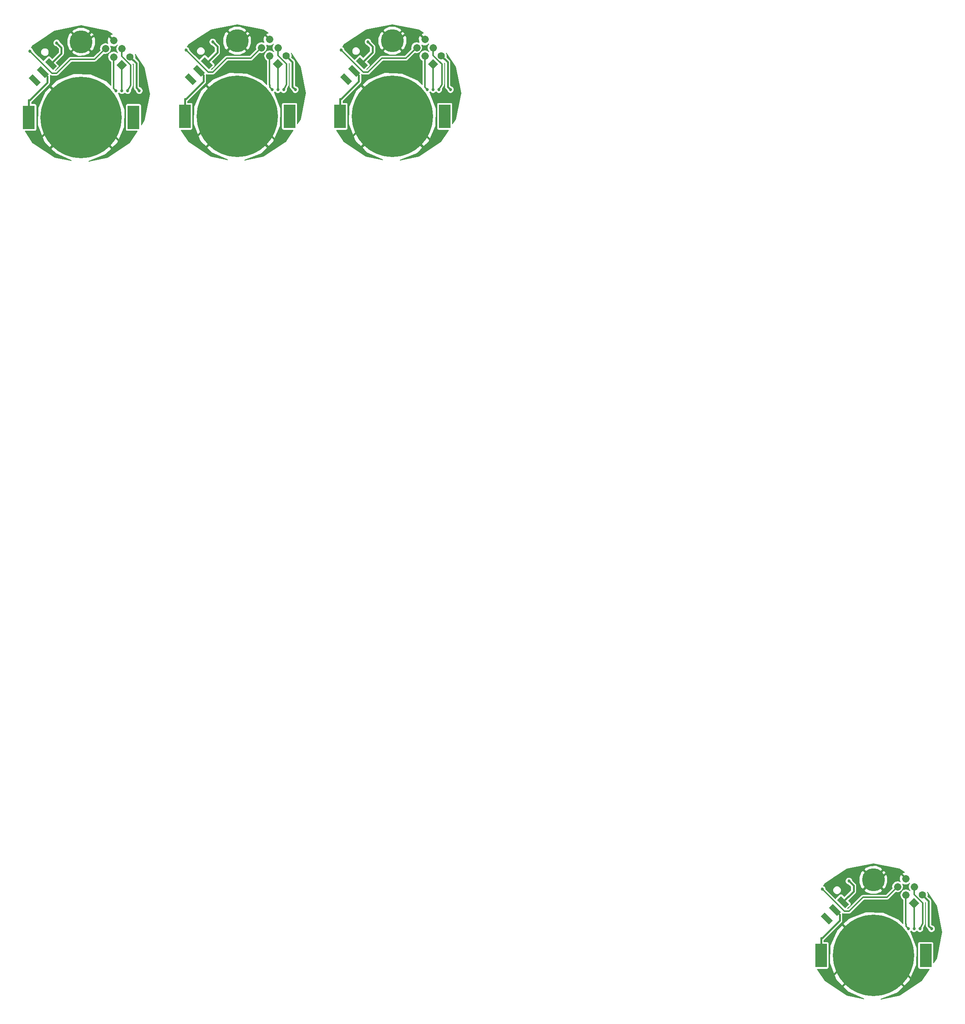
<source format=gbl>
%MOIN*%
%OFA0B0*%
%FSLAX46Y46*%
%IPPOS*%
%LPD*%
%ADD10C,0.0039370078740157488*%
%ADD11C,0.19685039370078741*%
%ADD12C,0.70000000000000007*%
%ADD13R,0.1X0.2*%
%ADD14C,0.062992125984251982*%
%ADD15C,0.062992125984251982*%
%ADD16C,0.027*%
%ADD17C,0.016*%
%ADD18C,0.012000000000000002*%
%ADD19C,0.0078740157480314977*%
%ADD30C,0.0039370078740157488*%
%ADD31C,0.19685039370078741*%
%ADD32C,0.70000000000000007*%
%ADD33R,0.1X0.2*%
%ADD34C,0.062992125984251982*%
%ADD35C,0.062992125984251982*%
%ADD36C,0.027*%
%ADD37C,0.016*%
%ADD38C,0.012000000000000002*%
%ADD39C,0.0078740157480314977*%
%ADD40C,0.0039370078740157488*%
%ADD41C,0.19685039370078741*%
%ADD42C,0.70000000000000007*%
%ADD43R,0.1X0.2*%
%ADD44C,0.062992125984251982*%
%ADD45C,0.062992125984251982*%
%ADD46C,0.027*%
%ADD47C,0.016*%
%ADD48C,0.012000000000000002*%
%ADD49C,0.0078740157480314977*%
%ADD50C,0.0039370078740157488*%
%ADD51C,0.19685039370078741*%
%ADD52C,0.70000000000000007*%
%ADD53R,0.1X0.2*%
%ADD54C,0.062992125984251982*%
%ADD55C,0.062992125984251982*%
%ADD56C,0.027*%
%ADD57C,0.016*%
%ADD58C,0.012000000000000002*%
%ADD59C,0.0078740157480314977*%
G01*
D10*
D11*
X-0007703924Y0006320522D02*
X0000496074Y0003170522D03*
D12*
X0000496074Y0002520522D03*
D13*
X0000946074Y0002520522D03*
X0000046073Y0002520522D03*
D10*
G36*
X0000846074Y0002925980D02*
X0000801532Y0002970522D01*
X0000846074Y0003015065D01*
X0000890616Y0002970522D01*
X0000846074Y0002925980D01*
X0000846074Y0002925980D01*
G37*
D14*
X0000916785Y0003041233D03*
D15*
X0000775364Y0003041233D02*
X0000775364Y0003041233D01*
X0000846074Y0003111943D02*
X0000846074Y0003111943D01*
X0000704653Y0003111943D02*
X0000704653Y0003111943D01*
X0000775364Y0003182654D02*
X0000775364Y0003182654D01*
D10*
G36*
X0000114572Y0002789423D02*
X0000044974Y0002859020D01*
X0000078382Y0002892427D01*
X0000147979Y0002822830D01*
X0000114572Y0002789423D01*
X0000114572Y0002789423D01*
G37*
G36*
X0000185283Y0002860134D02*
X0000115686Y0002929731D01*
X0000149093Y0002963138D01*
X0000218690Y0002893541D01*
X0000185283Y0002860134D01*
X0000185283Y0002860134D01*
G37*
G36*
X0000253767Y0002928618D02*
X0000184170Y0002998215D01*
X0000217576Y0003031621D01*
X0000287173Y0002962024D01*
X0000253767Y0002928618D01*
X0000253767Y0002928618D01*
G37*
D16*
X0000121074Y0002320522D03*
X0000846074Y0002295522D03*
X0000286074Y0003160521D03*
X0000996074Y0002750522D03*
X0000846074Y0002750522D03*
X0000796074Y0002750522D03*
X0000896074Y0002750522D03*
X0000056074Y0003090522D03*
D17*
X0000496074Y0003170522D02*
X0000546074Y0003170522D01*
X0000546074Y0003170522D02*
X0000596074Y0003220522D01*
X0000737496Y0003220522D02*
X0000775364Y0003182654D01*
X0000596074Y0003220522D02*
X0000737496Y0003220522D01*
X0000496074Y0002520522D02*
X0000321074Y0002520522D01*
X0000321074Y0002520522D02*
X0000121074Y0002320522D01*
X0000496074Y0002520522D02*
X0000621074Y0002520522D01*
X0000621074Y0002520522D02*
X0000846074Y0002295522D01*
X0000326074Y0003070522D02*
X0000235671Y0002980119D01*
X0000326074Y0003120522D02*
X0000326074Y0003070522D01*
X0000286074Y0003160521D02*
X0000326074Y0003120522D01*
X0000235671Y0002980924D02*
X0000235671Y0002980119D01*
X0000971074Y0002795522D02*
X0000971074Y0002775522D01*
X0000971074Y0002795522D02*
X0000971074Y0002986944D01*
X0000916785Y0003041233D02*
X0000971074Y0002986944D01*
X0000971074Y0002775522D02*
X0000996074Y0002750522D01*
X0000256074Y0002962749D02*
X0000222188Y0002996636D01*
X0000219961Y0002996636D02*
X0000222188Y0002996636D01*
D18*
X0000846074Y0002750522D02*
X0000846074Y0002970522D01*
X0000776074Y0002790522D02*
X0000775364Y0002791233D01*
X0000776074Y0002770522D02*
X0000776074Y0002790522D01*
X0000796074Y0002750522D02*
X0000776074Y0002770522D01*
X0000775364Y0002791233D02*
X0000775364Y0003041233D01*
X0000896074Y0002995522D02*
X0000921074Y0002970522D01*
X0000896074Y0002995522D02*
X0000846074Y0003045522D01*
X0000846074Y0003111943D02*
X0000846074Y0003045522D01*
X0000921074Y0002795522D02*
X0000896074Y0002750522D01*
X0000921074Y0002870521D02*
X0000921074Y0002795522D01*
X0000921074Y0002970522D02*
X0000921074Y0002870521D01*
X0000613232Y0003020522D02*
X0000704653Y0003111943D01*
X0000406074Y0003020522D02*
X0000613232Y0003020522D01*
X0000286074Y0002900522D02*
X0000406074Y0003020522D01*
X0000246073Y0002900522D02*
X0000286074Y0002900522D01*
X0000056074Y0003090522D02*
X0000246073Y0002900522D01*
D17*
X0000046073Y0002670522D02*
X0000056074Y0002670522D01*
X0000046073Y0002520522D02*
X0000046073Y0002670522D01*
X0000206074Y0002872749D02*
X0000167188Y0002911636D01*
X0000206074Y0002820521D02*
X0000206074Y0002872749D01*
X0000056074Y0002670522D02*
X0000206074Y0002820521D01*
D19*
G36*
X0000807706Y0003141738D02*
X0000799925Y0003130094D01*
X0000796180Y0003111262D01*
X0000799925Y0003092429D01*
X0000810091Y0003077216D01*
X0000794878Y0003087381D01*
X0000776045Y0003091127D01*
X0000757213Y0003087381D01*
X0000741247Y0003076713D01*
X0000739883Y0003075349D01*
X0000729215Y0003059384D01*
X0000725469Y0003040551D01*
X0000729215Y0003021718D01*
X0000739883Y0003005752D01*
X0000751646Y0002997892D01*
X0000751646Y0002795667D01*
X0000715242Y0002832495D01*
X0000579172Y0002892619D01*
X0000430450Y0002896095D01*
X0000291721Y0002842393D01*
X0000276907Y0002832495D01*
X0000235034Y0002790137D01*
X0000496074Y0002529097D01*
X0000496631Y0002529653D01*
X0000505205Y0002521079D01*
X0000504649Y0002520522D01*
X0000765689Y0002259482D01*
X0000808047Y0002301355D01*
X0000868171Y0002437425D01*
X0000871647Y0002586146D01*
X0000817945Y0002724876D01*
X0000816594Y0002726898D01*
X0000821079Y0002731375D01*
X0000828368Y0002724074D01*
X0000839838Y0002719311D01*
X0000852255Y0002719300D01*
X0000863734Y0002724043D01*
X0000871079Y0002731375D01*
X0000878368Y0002724074D01*
X0000889838Y0002719311D01*
X0000902256Y0002719300D01*
X0000913734Y0002724043D01*
X0000922523Y0002732817D01*
X0000927285Y0002744286D01*
X0000927296Y0002756704D01*
X0000927016Y0002757382D01*
X0000941805Y0002784004D01*
X0000942225Y0002785308D01*
X0000942985Y0002786446D01*
X0000943627Y0002789678D01*
X0000944636Y0002792815D01*
X0000944524Y0002794179D01*
X0000944791Y0002795522D01*
X0000944791Y0002970522D01*
X0000943218Y0002978432D01*
X0000945358Y0002976292D01*
X0000945358Y0002775522D01*
X0000947315Y0002765681D01*
X0000952889Y0002757338D01*
X0000964853Y0002745375D01*
X0000964851Y0002744340D01*
X0000969595Y0002732862D01*
X0000978368Y0002724074D01*
X0000989838Y0002719311D01*
X0001002256Y0002719300D01*
X0001013733Y0002724043D01*
X0001022523Y0002732817D01*
X0001027285Y0002744286D01*
X0001027296Y0002756704D01*
X0001022554Y0002768181D01*
X0001013779Y0002776971D01*
X0001002311Y0002781733D01*
X0001001231Y0002781734D01*
X0000996791Y0002786174D01*
X0000996791Y0002986944D01*
X0000994833Y0002996785D01*
X0000989258Y0003005128D01*
X0000965108Y0003029279D01*
X0000965988Y0003031401D01*
X0000966005Y0003050979D01*
X0000960246Y0003064920D01*
X0001039862Y0002945766D01*
X0001084666Y0002720522D01*
X0001039862Y0002495278D01*
X0001014138Y0002456780D01*
X0001014138Y0002620522D01*
X0001012903Y0002627088D01*
X0001009022Y0002633118D01*
X0001003101Y0002637163D01*
X0000996074Y0002638586D01*
X0000896074Y0002638586D01*
X0000889509Y0002637351D01*
X0000883479Y0002633470D01*
X0000879434Y0002627550D01*
X0000878011Y0002620522D01*
X0000878011Y0002420522D01*
X0000879246Y0002413957D01*
X0000883126Y0002407927D01*
X0000889047Y0002403882D01*
X0000896074Y0002402459D01*
X0000977842Y0002402459D01*
X0000912271Y0002304325D01*
X0000721318Y0002176735D01*
X0000561883Y0002145021D01*
X0000700428Y0002198651D01*
X0000715242Y0002208549D01*
X0000757115Y0002250908D01*
X0000496074Y0002511948D01*
X0000235034Y0002250908D01*
X0000276907Y0002208549D01*
X0000412833Y0002148489D01*
X0000270830Y0002176735D01*
X0000079876Y0002304325D01*
X0000014307Y0002402459D01*
X0000096074Y0002402459D01*
X0000102640Y0002403694D01*
X0000108670Y0002407574D01*
X0000112715Y0002413495D01*
X0000114137Y0002420522D01*
X0000114137Y0002454899D01*
X0000120502Y0002454899D01*
X0000174203Y0002316169D01*
X0000184101Y0002301355D01*
X0000226460Y0002259482D01*
X0000487500Y0002520522D01*
X0000226460Y0002781563D01*
X0000184101Y0002739689D01*
X0000123977Y0002603620D01*
X0000120502Y0002454899D01*
X0000114137Y0002454899D01*
X0000114137Y0002620522D01*
X0000112903Y0002627088D01*
X0000109022Y0002633118D01*
X0000103102Y0002637163D01*
X0000096074Y0002638586D01*
X0000071791Y0002638586D01*
X0000071791Y0002650689D01*
X0000074259Y0002652338D01*
X0000224259Y0002802338D01*
X0000226279Y0002805364D01*
X0000229833Y0002810681D01*
X0000231790Y0002820521D01*
X0000231790Y0002872749D01*
X0000230406Y0002879711D01*
X0000231463Y0002880768D01*
X0000232186Y0002881827D01*
X0000236998Y0002878611D01*
X0000246073Y0002876806D01*
X0000286074Y0002876806D01*
X0000295150Y0002878611D01*
X0000302844Y0002883752D01*
X0000415898Y0002996806D01*
X0000613232Y0002996806D01*
X0000622308Y0002998611D01*
X0000630002Y0003003752D01*
X0000690899Y0003064650D01*
X0000703971Y0003062049D01*
X0000722804Y0003065794D01*
X0000738770Y0003076463D01*
X0000740133Y0003077827D01*
X0000750801Y0003093793D01*
X0000754546Y0003112624D01*
X0000750801Y0003131458D01*
X0000749096Y0003134010D01*
X0000760756Y0003129180D01*
X0000782331Y0003127660D01*
X0000802846Y0003134513D01*
X0000805807Y0003143636D01*
X0000807706Y0003141738D01*
X0000807706Y0003141738D01*
G37*
X0000807706Y0003141738D02*
X0000799925Y0003130094D01*
X0000796180Y0003111262D01*
X0000799925Y0003092429D01*
X0000810091Y0003077216D01*
X0000794878Y0003087381D01*
X0000776045Y0003091127D01*
X0000757213Y0003087381D01*
X0000741247Y0003076713D01*
X0000739883Y0003075349D01*
X0000729215Y0003059384D01*
X0000725469Y0003040551D01*
X0000729215Y0003021718D01*
X0000739883Y0003005752D01*
X0000751646Y0002997892D01*
X0000751646Y0002795667D01*
X0000715242Y0002832495D01*
X0000579172Y0002892619D01*
X0000430450Y0002896095D01*
X0000291721Y0002842393D01*
X0000276907Y0002832495D01*
X0000235034Y0002790137D01*
X0000496074Y0002529097D01*
X0000496631Y0002529653D01*
X0000505205Y0002521079D01*
X0000504649Y0002520522D01*
X0000765689Y0002259482D01*
X0000808047Y0002301355D01*
X0000868171Y0002437425D01*
X0000871647Y0002586146D01*
X0000817945Y0002724876D01*
X0000816594Y0002726898D01*
X0000821079Y0002731375D01*
X0000828368Y0002724074D01*
X0000839838Y0002719311D01*
X0000852255Y0002719300D01*
X0000863734Y0002724043D01*
X0000871079Y0002731375D01*
X0000878368Y0002724074D01*
X0000889838Y0002719311D01*
X0000902256Y0002719300D01*
X0000913734Y0002724043D01*
X0000922523Y0002732817D01*
X0000927285Y0002744286D01*
X0000927296Y0002756704D01*
X0000927016Y0002757382D01*
X0000941805Y0002784004D01*
X0000942225Y0002785308D01*
X0000942985Y0002786446D01*
X0000943627Y0002789678D01*
X0000944636Y0002792815D01*
X0000944524Y0002794179D01*
X0000944791Y0002795522D01*
X0000944791Y0002970522D01*
X0000943218Y0002978432D01*
X0000945358Y0002976292D01*
X0000945358Y0002775522D01*
X0000947315Y0002765681D01*
X0000952889Y0002757338D01*
X0000964853Y0002745375D01*
X0000964851Y0002744340D01*
X0000969595Y0002732862D01*
X0000978368Y0002724074D01*
X0000989838Y0002719311D01*
X0001002256Y0002719300D01*
X0001013733Y0002724043D01*
X0001022523Y0002732817D01*
X0001027285Y0002744286D01*
X0001027296Y0002756704D01*
X0001022554Y0002768181D01*
X0001013779Y0002776971D01*
X0001002311Y0002781733D01*
X0001001231Y0002781734D01*
X0000996791Y0002786174D01*
X0000996791Y0002986944D01*
X0000994833Y0002996785D01*
X0000989258Y0003005128D01*
X0000965108Y0003029279D01*
X0000965988Y0003031401D01*
X0000966005Y0003050979D01*
X0000960246Y0003064920D01*
X0001039862Y0002945766D01*
X0001084666Y0002720522D01*
X0001039862Y0002495278D01*
X0001014138Y0002456780D01*
X0001014138Y0002620522D01*
X0001012903Y0002627088D01*
X0001009022Y0002633118D01*
X0001003101Y0002637163D01*
X0000996074Y0002638586D01*
X0000896074Y0002638586D01*
X0000889509Y0002637351D01*
X0000883479Y0002633470D01*
X0000879434Y0002627550D01*
X0000878011Y0002620522D01*
X0000878011Y0002420522D01*
X0000879246Y0002413957D01*
X0000883126Y0002407927D01*
X0000889047Y0002403882D01*
X0000896074Y0002402459D01*
X0000977842Y0002402459D01*
X0000912271Y0002304325D01*
X0000721318Y0002176735D01*
X0000561883Y0002145021D01*
X0000700428Y0002198651D01*
X0000715242Y0002208549D01*
X0000757115Y0002250908D01*
X0000496074Y0002511948D01*
X0000235034Y0002250908D01*
X0000276907Y0002208549D01*
X0000412833Y0002148489D01*
X0000270830Y0002176735D01*
X0000079876Y0002304325D01*
X0000014307Y0002402459D01*
X0000096074Y0002402459D01*
X0000102640Y0002403694D01*
X0000108670Y0002407574D01*
X0000112715Y0002413495D01*
X0000114137Y0002420522D01*
X0000114137Y0002454899D01*
X0000120502Y0002454899D01*
X0000174203Y0002316169D01*
X0000184101Y0002301355D01*
X0000226460Y0002259482D01*
X0000487500Y0002520522D01*
X0000226460Y0002781563D01*
X0000184101Y0002739689D01*
X0000123977Y0002603620D01*
X0000120502Y0002454899D01*
X0000114137Y0002454899D01*
X0000114137Y0002620522D01*
X0000112903Y0002627088D01*
X0000109022Y0002633118D01*
X0000103102Y0002637163D01*
X0000096074Y0002638586D01*
X0000071791Y0002638586D01*
X0000071791Y0002650689D01*
X0000074259Y0002652338D01*
X0000224259Y0002802338D01*
X0000226279Y0002805364D01*
X0000229833Y0002810681D01*
X0000231790Y0002820521D01*
X0000231790Y0002872749D01*
X0000230406Y0002879711D01*
X0000231463Y0002880768D01*
X0000232186Y0002881827D01*
X0000236998Y0002878611D01*
X0000246073Y0002876806D01*
X0000286074Y0002876806D01*
X0000295150Y0002878611D01*
X0000302844Y0002883752D01*
X0000415898Y0002996806D01*
X0000613232Y0002996806D01*
X0000622308Y0002998611D01*
X0000630002Y0003003752D01*
X0000690899Y0003064650D01*
X0000703971Y0003062049D01*
X0000722804Y0003065794D01*
X0000738770Y0003076463D01*
X0000740133Y0003077827D01*
X0000750801Y0003093793D01*
X0000754546Y0003112624D01*
X0000750801Y0003131458D01*
X0000749096Y0003134010D01*
X0000760756Y0003129180D01*
X0000782331Y0003127660D01*
X0000802846Y0003134513D01*
X0000805807Y0003143636D01*
X0000807706Y0003141738D01*
G36*
X0000721318Y0003264310D02*
X0000763612Y0003236050D01*
X0000747881Y0003230796D01*
X0000744920Y0003221672D01*
X0000775364Y0003191229D01*
X0000775920Y0003191786D01*
X0000784495Y0003183211D01*
X0000783938Y0003182654D01*
X0000784495Y0003182097D01*
X0000775920Y0003173523D01*
X0000775364Y0003174080D01*
X0000774807Y0003173523D01*
X0000766232Y0003182097D01*
X0000766789Y0003182654D01*
X0000736346Y0003213098D01*
X0000727222Y0003210137D01*
X0000720370Y0003189622D01*
X0000721889Y0003168046D01*
X0000726720Y0003156387D01*
X0000724167Y0003158092D01*
X0000705335Y0003161838D01*
X0000686502Y0003158092D01*
X0000670536Y0003147424D01*
X0000669173Y0003146060D01*
X0000658505Y0003130094D01*
X0000654759Y0003111262D01*
X0000657359Y0003098190D01*
X0000603408Y0003044239D01*
X0000406074Y0003044239D01*
X0000396998Y0003042433D01*
X0000389304Y0003037292D01*
X0000276251Y0002924239D01*
X0000274934Y0002924239D01*
X0000299946Y0002949251D01*
X0000303715Y0002954767D01*
X0000305235Y0002961775D01*
X0000303909Y0002968821D01*
X0000299946Y0002974797D01*
X0000283332Y0002991410D01*
X0000344259Y0003052338D01*
X0000349833Y0003060681D01*
X0000351791Y0003070522D01*
X0000351791Y0003082358D01*
X0000416484Y0003082358D01*
X0000427734Y0003066145D01*
X0000472879Y0003047938D01*
X0000521556Y0003048393D01*
X0000564414Y0003066145D01*
X0000575664Y0003082358D01*
X0000496074Y0003161948D01*
X0000416484Y0003082358D01*
X0000351791Y0003082358D01*
X0000351791Y0003120522D01*
X0000349833Y0003130364D01*
X0000344259Y0003138707D01*
X0000317295Y0003165670D01*
X0000317296Y0003166704D01*
X0000312554Y0003178182D01*
X0000303780Y0003186971D01*
X0000292311Y0003191732D01*
X0000279892Y0003191744D01*
X0000268415Y0003187002D01*
X0000259626Y0003178228D01*
X0000254863Y0003166759D01*
X0000254852Y0003154340D01*
X0000259595Y0003142863D01*
X0000268368Y0003134074D01*
X0000279838Y0003129311D01*
X0000280918Y0003129310D01*
X0000300358Y0003109870D01*
X0000300358Y0003081174D01*
X0000246963Y0003027780D01*
X0000230349Y0003044394D01*
X0000224833Y0003048163D01*
X0000217826Y0003049683D01*
X0000210779Y0003048357D01*
X0000204803Y0003044394D01*
X0000171397Y0003010988D01*
X0000170484Y0003009652D01*
X0000105423Y0003074713D01*
X0000148730Y0003074713D01*
X0000154113Y0003061686D01*
X0000164072Y0003051710D01*
X0000177091Y0003046304D01*
X0000191187Y0003046292D01*
X0000204215Y0003051675D01*
X0000214191Y0003061634D01*
X0000219596Y0003074652D01*
X0000219609Y0003088748D01*
X0000214226Y0003101776D01*
X0000204267Y0003111752D01*
X0000191249Y0003117158D01*
X0000177152Y0003117170D01*
X0000164124Y0003111787D01*
X0000154148Y0003101829D01*
X0000148743Y0003088809D01*
X0000148730Y0003074713D01*
X0000105423Y0003074713D01*
X0000087293Y0003092844D01*
X0000087296Y0003096704D01*
X0000082554Y0003108181D01*
X0000073780Y0003116971D01*
X0000068224Y0003119278D01*
X0000079876Y0003136719D01*
X0000165181Y0003193717D01*
X0000373490Y0003193717D01*
X0000373945Y0003145040D01*
X0000391697Y0003102182D01*
X0000407910Y0003090931D01*
X0000487500Y0003170522D01*
X0000504649Y0003170522D01*
X0000584239Y0003090931D01*
X0000600451Y0003102182D01*
X0000618659Y0003147328D01*
X0000618204Y0003196004D01*
X0000600451Y0003238862D01*
X0000584239Y0003250112D01*
X0000504649Y0003170522D01*
X0000487500Y0003170522D01*
X0000407910Y0003250112D01*
X0000391697Y0003238862D01*
X0000373490Y0003193717D01*
X0000165181Y0003193717D01*
X0000262415Y0003258687D01*
X0000416484Y0003258687D01*
X0000496074Y0003179097D01*
X0000575664Y0003258687D01*
X0000564414Y0003274899D01*
X0000519269Y0003293107D01*
X0000470592Y0003292652D01*
X0000427734Y0003274899D01*
X0000416484Y0003258687D01*
X0000262415Y0003258687D01*
X0000270830Y0003264310D01*
X0000496074Y0003309114D01*
X0000721318Y0003264310D01*
X0000721318Y0003264310D01*
G37*
X0000721318Y0003264310D02*
X0000763612Y0003236050D01*
X0000747881Y0003230796D01*
X0000744920Y0003221672D01*
X0000775364Y0003191229D01*
X0000775920Y0003191786D01*
X0000784495Y0003183211D01*
X0000783938Y0003182654D01*
X0000784495Y0003182097D01*
X0000775920Y0003173523D01*
X0000775364Y0003174080D01*
X0000774807Y0003173523D01*
X0000766232Y0003182097D01*
X0000766789Y0003182654D01*
X0000736346Y0003213098D01*
X0000727222Y0003210137D01*
X0000720370Y0003189622D01*
X0000721889Y0003168046D01*
X0000726720Y0003156387D01*
X0000724167Y0003158092D01*
X0000705335Y0003161838D01*
X0000686502Y0003158092D01*
X0000670536Y0003147424D01*
X0000669173Y0003146060D01*
X0000658505Y0003130094D01*
X0000654759Y0003111262D01*
X0000657359Y0003098190D01*
X0000603408Y0003044239D01*
X0000406074Y0003044239D01*
X0000396998Y0003042433D01*
X0000389304Y0003037292D01*
X0000276251Y0002924239D01*
X0000274934Y0002924239D01*
X0000299946Y0002949251D01*
X0000303715Y0002954767D01*
X0000305235Y0002961775D01*
X0000303909Y0002968821D01*
X0000299946Y0002974797D01*
X0000283332Y0002991410D01*
X0000344259Y0003052338D01*
X0000349833Y0003060681D01*
X0000351791Y0003070522D01*
X0000351791Y0003082358D01*
X0000416484Y0003082358D01*
X0000427734Y0003066145D01*
X0000472879Y0003047938D01*
X0000521556Y0003048393D01*
X0000564414Y0003066145D01*
X0000575664Y0003082358D01*
X0000496074Y0003161948D01*
X0000416484Y0003082358D01*
X0000351791Y0003082358D01*
X0000351791Y0003120522D01*
X0000349833Y0003130364D01*
X0000344259Y0003138707D01*
X0000317295Y0003165670D01*
X0000317296Y0003166704D01*
X0000312554Y0003178182D01*
X0000303780Y0003186971D01*
X0000292311Y0003191732D01*
X0000279892Y0003191744D01*
X0000268415Y0003187002D01*
X0000259626Y0003178228D01*
X0000254863Y0003166759D01*
X0000254852Y0003154340D01*
X0000259595Y0003142863D01*
X0000268368Y0003134074D01*
X0000279838Y0003129311D01*
X0000280918Y0003129310D01*
X0000300358Y0003109870D01*
X0000300358Y0003081174D01*
X0000246963Y0003027780D01*
X0000230349Y0003044394D01*
X0000224833Y0003048163D01*
X0000217826Y0003049683D01*
X0000210779Y0003048357D01*
X0000204803Y0003044394D01*
X0000171397Y0003010988D01*
X0000170484Y0003009652D01*
X0000105423Y0003074713D01*
X0000148730Y0003074713D01*
X0000154113Y0003061686D01*
X0000164072Y0003051710D01*
X0000177091Y0003046304D01*
X0000191187Y0003046292D01*
X0000204215Y0003051675D01*
X0000214191Y0003061634D01*
X0000219596Y0003074652D01*
X0000219609Y0003088748D01*
X0000214226Y0003101776D01*
X0000204267Y0003111752D01*
X0000191249Y0003117158D01*
X0000177152Y0003117170D01*
X0000164124Y0003111787D01*
X0000154148Y0003101829D01*
X0000148743Y0003088809D01*
X0000148730Y0003074713D01*
X0000105423Y0003074713D01*
X0000087293Y0003092844D01*
X0000087296Y0003096704D01*
X0000082554Y0003108181D01*
X0000073780Y0003116971D01*
X0000068224Y0003119278D01*
X0000079876Y0003136719D01*
X0000165181Y0003193717D01*
X0000373490Y0003193717D01*
X0000373945Y0003145040D01*
X0000391697Y0003102182D01*
X0000407910Y0003090931D01*
X0000487500Y0003170522D01*
X0000504649Y0003170522D01*
X0000584239Y0003090931D01*
X0000600451Y0003102182D01*
X0000618659Y0003147328D01*
X0000618204Y0003196004D01*
X0000600451Y0003238862D01*
X0000584239Y0003250112D01*
X0000504649Y0003170522D01*
X0000487500Y0003170522D01*
X0000407910Y0003250112D01*
X0000391697Y0003238862D01*
X0000373490Y0003193717D01*
X0000165181Y0003193717D01*
X0000262415Y0003258687D01*
X0000416484Y0003258687D01*
X0000496074Y0003179097D01*
X0000575664Y0003258687D01*
X0000564414Y0003274899D01*
X0000519269Y0003293107D01*
X0000470592Y0003292652D01*
X0000427734Y0003274899D01*
X0000416484Y0003258687D01*
X0000262415Y0003258687D01*
X0000270830Y0003264310D01*
X0000496074Y0003309114D01*
X0000721318Y0003264310D01*
G04 next file*
G04 #@! TF.FileFunction,Copper,L2,Bot,Signal*
G04 Gerber Fmt 4.6, Leading zero omitted, Abs format (unit mm)*
G04 Created by KiCad (PCBNEW 4.0.7) date 09/05/18 20:36:06*
G01*
G04 APERTURE LIST*
G04 APERTURE END LIST*
D30*
D31*
X-0006362672Y0006329572D02*
X0001837326Y0003179572D03*
D32*
X0001837326Y0002529572D03*
D33*
X0002287326Y0002529572D03*
X0001387326Y0002529572D03*
D30*
G36*
X0002187326Y0002935030D02*
X0002142784Y0002979572D01*
X0002187326Y0003024114D01*
X0002231868Y0002979572D01*
X0002187326Y0002935030D01*
X0002187326Y0002935030D01*
G37*
D34*
X0002258037Y0003050282D03*
D35*
X0002116615Y0003050282D02*
X0002116615Y0003050282D01*
X0002187326Y0003120993D02*
X0002187326Y0003120993D01*
X0002045904Y0003120993D02*
X0002045904Y0003120993D01*
X0002116615Y0003191704D02*
X0002116615Y0003191704D01*
D30*
G36*
X0001455824Y0002798473D02*
X0001386227Y0002868070D01*
X0001419634Y0002901477D01*
X0001489231Y0002831880D01*
X0001455824Y0002798473D01*
X0001455824Y0002798473D01*
G37*
G36*
X0001526535Y0002869184D02*
X0001456938Y0002938781D01*
X0001490344Y0002972187D01*
X0001559941Y0002902590D01*
X0001526535Y0002869184D01*
X0001526535Y0002869184D01*
G37*
G36*
X0001595018Y0002937667D02*
X0001525421Y0003007264D01*
X0001558828Y0003040671D01*
X0001628425Y0002971074D01*
X0001595018Y0002937667D01*
X0001595018Y0002937667D01*
G37*
D36*
X0001462325Y0002329572D03*
X0002187326Y0002304572D03*
X0001627326Y0003169572D03*
X0002337326Y0002759571D03*
X0002187326Y0002759571D03*
X0002137326Y0002759571D03*
X0002237326Y0002759571D03*
X0001397326Y0003099572D03*
D37*
X0001837326Y0003179572D02*
X0001887326Y0003179572D01*
X0001887326Y0003179572D02*
X0001937326Y0003229572D01*
X0002078747Y0003229572D02*
X0002116615Y0003191704D01*
X0001937326Y0003229572D02*
X0002078747Y0003229572D01*
X0001837326Y0002529572D02*
X0001662325Y0002529572D01*
X0001662325Y0002529572D02*
X0001462325Y0002329572D01*
X0001837326Y0002529572D02*
X0001962326Y0002529572D01*
X0001962326Y0002529572D02*
X0002187326Y0002304572D01*
X0001667326Y0003079572D02*
X0001576923Y0002989169D01*
X0001667326Y0003129572D02*
X0001667326Y0003079572D01*
X0001627326Y0003169572D02*
X0001667326Y0003129572D01*
X0001576923Y0002989975D02*
X0001576923Y0002989169D01*
X0002312326Y0002804572D02*
X0002312326Y0002784572D01*
X0002312326Y0002804572D02*
X0002312326Y0002995993D01*
X0002258037Y0003050282D02*
X0002312326Y0002995993D01*
X0002312326Y0002784572D02*
X0002337326Y0002759571D01*
X0001597326Y0002971799D02*
X0001563440Y0003005685D01*
X0001561212Y0003005685D02*
X0001563440Y0003005685D01*
D38*
X0002187326Y0002759571D02*
X0002187326Y0002979572D01*
X0002117326Y0002799572D02*
X0002116615Y0002800283D01*
X0002117326Y0002779572D02*
X0002117326Y0002799572D01*
X0002137326Y0002759571D02*
X0002117326Y0002779572D01*
X0002116615Y0002800283D02*
X0002116615Y0003050282D01*
X0002237326Y0003004572D02*
X0002262326Y0002979572D01*
X0002237326Y0003004572D02*
X0002187326Y0003054572D01*
X0002187326Y0003120993D02*
X0002187326Y0003054572D01*
X0002262326Y0002804572D02*
X0002237326Y0002759571D01*
X0002262326Y0002879571D02*
X0002262326Y0002804572D01*
X0002262326Y0002979572D02*
X0002262326Y0002879571D01*
X0001954483Y0003029572D02*
X0002045904Y0003120993D01*
X0001747325Y0003029572D02*
X0001954483Y0003029572D01*
X0001627326Y0002909572D02*
X0001747325Y0003029572D01*
X0001587326Y0002909572D02*
X0001627326Y0002909572D01*
X0001397326Y0003099572D02*
X0001587326Y0002909572D01*
D37*
X0001387326Y0002679572D02*
X0001397326Y0002679572D01*
X0001387326Y0002529572D02*
X0001387326Y0002679572D01*
X0001547325Y0002881799D02*
X0001508440Y0002920685D01*
X0001547325Y0002829571D02*
X0001547325Y0002881799D01*
X0001397326Y0002679572D02*
X0001547325Y0002829571D01*
D39*
G36*
X0002148957Y0003150787D02*
X0002141178Y0003139144D01*
X0002137432Y0003120311D01*
X0002141178Y0003101478D01*
X0002151343Y0003086266D01*
X0002136130Y0003096431D01*
X0002117297Y0003100177D01*
X0002098464Y0003096431D01*
X0002082498Y0003085763D01*
X0002081135Y0003084399D01*
X0002070466Y0003068433D01*
X0002066720Y0003049601D01*
X0002070466Y0003030768D01*
X0002081135Y0003014802D01*
X0002092899Y0003006942D01*
X0002092899Y0002804717D01*
X0002056493Y0002841545D01*
X0001920423Y0002901669D01*
X0001771703Y0002905145D01*
X0001632972Y0002851443D01*
X0001618159Y0002841545D01*
X0001576286Y0002799186D01*
X0001837326Y0002538146D01*
X0001837883Y0002538703D01*
X0001846457Y0002530129D01*
X0001845900Y0002529572D01*
X0002106941Y0002268532D01*
X0002149299Y0002310405D01*
X0002209423Y0002446475D01*
X0002212899Y0002595195D01*
X0002159197Y0002733926D01*
X0002157846Y0002735948D01*
X0002162331Y0002740425D01*
X0002169620Y0002733123D01*
X0002181089Y0002728361D01*
X0002193508Y0002728350D01*
X0002204986Y0002733092D01*
X0002212331Y0002740425D01*
X0002219620Y0002733123D01*
X0002231089Y0002728361D01*
X0002243508Y0002728350D01*
X0002254986Y0002733092D01*
X0002263775Y0002741866D01*
X0002268537Y0002753335D01*
X0002268548Y0002765754D01*
X0002268268Y0002766431D01*
X0002283058Y0002793054D01*
X0002283477Y0002794358D01*
X0002284237Y0002795496D01*
X0002284880Y0002798728D01*
X0002285888Y0002801865D01*
X0002285775Y0002803229D01*
X0002286043Y0002804572D01*
X0002286043Y0002979572D01*
X0002284469Y0002987481D01*
X0002286610Y0002985341D01*
X0002286610Y0002784572D01*
X0002288567Y0002774731D01*
X0002294142Y0002766388D01*
X0002306105Y0002754424D01*
X0002306104Y0002753390D01*
X0002310847Y0002741912D01*
X0002319620Y0002733123D01*
X0002331089Y0002728361D01*
X0002343508Y0002728350D01*
X0002354986Y0002733092D01*
X0002363775Y0002741866D01*
X0002368537Y0002753335D01*
X0002368548Y0002765754D01*
X0002363806Y0002777231D01*
X0002355032Y0002786021D01*
X0002343563Y0002790783D01*
X0002342483Y0002790784D01*
X0002338043Y0002795224D01*
X0002338043Y0002995993D01*
X0002336085Y0003005835D01*
X0002330510Y0003014178D01*
X0002306360Y0003038328D01*
X0002307241Y0003040451D01*
X0002307258Y0003060029D01*
X0002301498Y0003073970D01*
X0002381113Y0002954816D01*
X0002425917Y0002729572D01*
X0002381113Y0002504328D01*
X0002355390Y0002465829D01*
X0002355390Y0002629572D01*
X0002354154Y0002636137D01*
X0002350274Y0002642167D01*
X0002344354Y0002646211D01*
X0002337326Y0002647634D01*
X0002237326Y0002647634D01*
X0002230761Y0002646400D01*
X0002224731Y0002642520D01*
X0002220686Y0002636600D01*
X0002219262Y0002629572D01*
X0002219262Y0002429572D01*
X0002220498Y0002423007D01*
X0002224378Y0002416977D01*
X0002230298Y0002412931D01*
X0002237326Y0002411508D01*
X0002319093Y0002411508D01*
X0002253523Y0002313375D01*
X0002062570Y0002185785D01*
X0001903135Y0002154071D01*
X0002041680Y0002207701D01*
X0002056493Y0002217599D01*
X0002098366Y0002259957D01*
X0001837326Y0002520997D01*
X0001576286Y0002259957D01*
X0001618159Y0002217599D01*
X0001754085Y0002157538D01*
X0001612082Y0002185785D01*
X0001421129Y0002313375D01*
X0001355559Y0002411508D01*
X0001437325Y0002411508D01*
X0001443891Y0002412744D01*
X0001449921Y0002416624D01*
X0001453967Y0002422544D01*
X0001455390Y0002429572D01*
X0001455390Y0002463948D01*
X0001461753Y0002463948D01*
X0001515455Y0002325218D01*
X0001525353Y0002310405D01*
X0001567711Y0002268532D01*
X0001828752Y0002529572D01*
X0001567711Y0002790611D01*
X0001525353Y0002748739D01*
X0001465229Y0002612668D01*
X0001461753Y0002463948D01*
X0001455390Y0002463948D01*
X0001455390Y0002629572D01*
X0001454154Y0002636137D01*
X0001450274Y0002642167D01*
X0001444353Y0002646211D01*
X0001437325Y0002647634D01*
X0001413043Y0002647634D01*
X0001413043Y0002659739D01*
X0001415509Y0002661388D01*
X0001565510Y0002811387D01*
X0001567532Y0002814413D01*
X0001571085Y0002819731D01*
X0001573043Y0002829571D01*
X0001573043Y0002881799D01*
X0001571658Y0002888761D01*
X0001572714Y0002889816D01*
X0001573438Y0002890876D01*
X0001578249Y0002887661D01*
X0001587326Y0002885855D01*
X0001627326Y0002885855D01*
X0001636402Y0002887661D01*
X0001644096Y0002892802D01*
X0001757150Y0003005855D01*
X0001954483Y0003005855D01*
X0001963559Y0003007661D01*
X0001971253Y0003012802D01*
X0002032150Y0003073699D01*
X0002045223Y0003071099D01*
X0002064056Y0003074845D01*
X0002080022Y0003085513D01*
X0002081385Y0003086876D01*
X0002092053Y0003102842D01*
X0002095799Y0003121674D01*
X0002092053Y0003140508D01*
X0002090348Y0003143060D01*
X0002102007Y0003138230D01*
X0002123583Y0003136710D01*
X0002144098Y0003143563D01*
X0002147059Y0003152686D01*
X0002148957Y0003150787D01*
X0002148957Y0003150787D01*
G37*
X0002148957Y0003150787D02*
X0002141178Y0003139144D01*
X0002137432Y0003120311D01*
X0002141178Y0003101478D01*
X0002151343Y0003086266D01*
X0002136130Y0003096431D01*
X0002117297Y0003100177D01*
X0002098464Y0003096431D01*
X0002082498Y0003085763D01*
X0002081135Y0003084399D01*
X0002070466Y0003068433D01*
X0002066720Y0003049601D01*
X0002070466Y0003030768D01*
X0002081135Y0003014802D01*
X0002092899Y0003006942D01*
X0002092899Y0002804717D01*
X0002056493Y0002841545D01*
X0001920423Y0002901669D01*
X0001771703Y0002905145D01*
X0001632972Y0002851443D01*
X0001618159Y0002841545D01*
X0001576286Y0002799186D01*
X0001837326Y0002538146D01*
X0001837883Y0002538703D01*
X0001846457Y0002530129D01*
X0001845900Y0002529572D01*
X0002106941Y0002268532D01*
X0002149299Y0002310405D01*
X0002209423Y0002446475D01*
X0002212899Y0002595195D01*
X0002159197Y0002733926D01*
X0002157846Y0002735948D01*
X0002162331Y0002740425D01*
X0002169620Y0002733123D01*
X0002181089Y0002728361D01*
X0002193508Y0002728350D01*
X0002204986Y0002733092D01*
X0002212331Y0002740425D01*
X0002219620Y0002733123D01*
X0002231089Y0002728361D01*
X0002243508Y0002728350D01*
X0002254986Y0002733092D01*
X0002263775Y0002741866D01*
X0002268537Y0002753335D01*
X0002268548Y0002765754D01*
X0002268268Y0002766431D01*
X0002283058Y0002793054D01*
X0002283477Y0002794358D01*
X0002284237Y0002795496D01*
X0002284880Y0002798728D01*
X0002285888Y0002801865D01*
X0002285775Y0002803229D01*
X0002286043Y0002804572D01*
X0002286043Y0002979572D01*
X0002284469Y0002987481D01*
X0002286610Y0002985341D01*
X0002286610Y0002784572D01*
X0002288567Y0002774731D01*
X0002294142Y0002766388D01*
X0002306105Y0002754424D01*
X0002306104Y0002753390D01*
X0002310847Y0002741912D01*
X0002319620Y0002733123D01*
X0002331089Y0002728361D01*
X0002343508Y0002728350D01*
X0002354986Y0002733092D01*
X0002363775Y0002741866D01*
X0002368537Y0002753335D01*
X0002368548Y0002765754D01*
X0002363806Y0002777231D01*
X0002355032Y0002786021D01*
X0002343563Y0002790783D01*
X0002342483Y0002790784D01*
X0002338043Y0002795224D01*
X0002338043Y0002995993D01*
X0002336085Y0003005835D01*
X0002330510Y0003014178D01*
X0002306360Y0003038328D01*
X0002307241Y0003040451D01*
X0002307258Y0003060029D01*
X0002301498Y0003073970D01*
X0002381113Y0002954816D01*
X0002425917Y0002729572D01*
X0002381113Y0002504328D01*
X0002355390Y0002465829D01*
X0002355390Y0002629572D01*
X0002354154Y0002636137D01*
X0002350274Y0002642167D01*
X0002344354Y0002646211D01*
X0002337326Y0002647634D01*
X0002237326Y0002647634D01*
X0002230761Y0002646400D01*
X0002224731Y0002642520D01*
X0002220686Y0002636600D01*
X0002219262Y0002629572D01*
X0002219262Y0002429572D01*
X0002220498Y0002423007D01*
X0002224378Y0002416977D01*
X0002230298Y0002412931D01*
X0002237326Y0002411508D01*
X0002319093Y0002411508D01*
X0002253523Y0002313375D01*
X0002062570Y0002185785D01*
X0001903135Y0002154071D01*
X0002041680Y0002207701D01*
X0002056493Y0002217599D01*
X0002098366Y0002259957D01*
X0001837326Y0002520997D01*
X0001576286Y0002259957D01*
X0001618159Y0002217599D01*
X0001754085Y0002157538D01*
X0001612082Y0002185785D01*
X0001421129Y0002313375D01*
X0001355559Y0002411508D01*
X0001437325Y0002411508D01*
X0001443891Y0002412744D01*
X0001449921Y0002416624D01*
X0001453967Y0002422544D01*
X0001455390Y0002429572D01*
X0001455390Y0002463948D01*
X0001461753Y0002463948D01*
X0001515455Y0002325218D01*
X0001525353Y0002310405D01*
X0001567711Y0002268532D01*
X0001828752Y0002529572D01*
X0001567711Y0002790611D01*
X0001525353Y0002748739D01*
X0001465229Y0002612668D01*
X0001461753Y0002463948D01*
X0001455390Y0002463948D01*
X0001455390Y0002629572D01*
X0001454154Y0002636137D01*
X0001450274Y0002642167D01*
X0001444353Y0002646211D01*
X0001437325Y0002647634D01*
X0001413043Y0002647634D01*
X0001413043Y0002659739D01*
X0001415509Y0002661388D01*
X0001565510Y0002811387D01*
X0001567532Y0002814413D01*
X0001571085Y0002819731D01*
X0001573043Y0002829571D01*
X0001573043Y0002881799D01*
X0001571658Y0002888761D01*
X0001572714Y0002889816D01*
X0001573438Y0002890876D01*
X0001578249Y0002887661D01*
X0001587326Y0002885855D01*
X0001627326Y0002885855D01*
X0001636402Y0002887661D01*
X0001644096Y0002892802D01*
X0001757150Y0003005855D01*
X0001954483Y0003005855D01*
X0001963559Y0003007661D01*
X0001971253Y0003012802D01*
X0002032150Y0003073699D01*
X0002045223Y0003071099D01*
X0002064056Y0003074845D01*
X0002080022Y0003085513D01*
X0002081385Y0003086876D01*
X0002092053Y0003102842D01*
X0002095799Y0003121674D01*
X0002092053Y0003140508D01*
X0002090348Y0003143060D01*
X0002102007Y0003138230D01*
X0002123583Y0003136710D01*
X0002144098Y0003143563D01*
X0002147059Y0003152686D01*
X0002148957Y0003150787D01*
G36*
X0002062570Y0003273359D02*
X0002104863Y0003245100D01*
X0002089133Y0003239845D01*
X0002086172Y0003230722D01*
X0002116615Y0003200278D01*
X0002117172Y0003200835D01*
X0002125747Y0003192261D01*
X0002125190Y0003191704D01*
X0002125747Y0003191147D01*
X0002117172Y0003182573D01*
X0002116615Y0003183130D01*
X0002116059Y0003182573D01*
X0002107484Y0003191147D01*
X0002108041Y0003191704D01*
X0002077597Y0003222147D01*
X0002068474Y0003219186D01*
X0002061621Y0003198672D01*
X0002063141Y0003177096D01*
X0002067971Y0003165436D01*
X0002065419Y0003167140D01*
X0002046586Y0003170887D01*
X0002027753Y0003167140D01*
X0002011788Y0003156473D01*
X0002010424Y0003155110D01*
X0001999756Y0003139144D01*
X0001996010Y0003120311D01*
X0001998611Y0003107239D01*
X0001944660Y0003053288D01*
X0001747325Y0003053288D01*
X0001738250Y0003051483D01*
X0001730556Y0003046342D01*
X0001617502Y0002933288D01*
X0001616185Y0002933288D01*
X0001641198Y0002958301D01*
X0001644967Y0002963817D01*
X0001646487Y0002970824D01*
X0001645161Y0002977871D01*
X0001641198Y0002983846D01*
X0001624584Y0003000461D01*
X0001685510Y0003061388D01*
X0001691085Y0003069731D01*
X0001693043Y0003079572D01*
X0001693043Y0003091407D01*
X0001757736Y0003091407D01*
X0001768986Y0003075195D01*
X0001814131Y0003056987D01*
X0001862807Y0003057442D01*
X0001905666Y0003075195D01*
X0001916916Y0003091407D01*
X0001837326Y0003170997D01*
X0001757736Y0003091407D01*
X0001693043Y0003091407D01*
X0001693043Y0003129572D01*
X0001691085Y0003139413D01*
X0001685510Y0003147756D01*
X0001658547Y0003174718D01*
X0001658548Y0003175754D01*
X0001653806Y0003187232D01*
X0001645032Y0003196021D01*
X0001633563Y0003200783D01*
X0001621144Y0003200794D01*
X0001609666Y0003196051D01*
X0001600877Y0003187278D01*
X0001596115Y0003175808D01*
X0001596104Y0003163390D01*
X0001600847Y0003151911D01*
X0001609619Y0003143123D01*
X0001621089Y0003138361D01*
X0001622169Y0003138360D01*
X0001641610Y0003118920D01*
X0001641610Y0003090224D01*
X0001588215Y0003036830D01*
X0001571601Y0003053443D01*
X0001566085Y0003057213D01*
X0001559077Y0003058733D01*
X0001552030Y0003057407D01*
X0001546055Y0003053443D01*
X0001512647Y0003020037D01*
X0001511736Y0003018702D01*
X0001446674Y0003083764D01*
X0001489982Y0003083764D01*
X0001495365Y0003070736D01*
X0001505324Y0003060760D01*
X0001518342Y0003055354D01*
X0001532438Y0003055342D01*
X0001545465Y0003060725D01*
X0001555442Y0003070683D01*
X0001560847Y0003083702D01*
X0001560860Y0003097798D01*
X0001555477Y0003110826D01*
X0001545519Y0003120801D01*
X0001532500Y0003126208D01*
X0001518404Y0003126220D01*
X0001505376Y0003120836D01*
X0001495400Y0003110878D01*
X0001489994Y0003097860D01*
X0001489982Y0003083764D01*
X0001446674Y0003083764D01*
X0001428545Y0003101894D01*
X0001428548Y0003105754D01*
X0001423806Y0003117232D01*
X0001415032Y0003126021D01*
X0001409475Y0003128328D01*
X0001421129Y0003145769D01*
X0001506432Y0003202766D01*
X0001714741Y0003202766D01*
X0001715197Y0003154090D01*
X0001732949Y0003111232D01*
X0001749162Y0003099982D01*
X0001828752Y0003179572D01*
X0001845900Y0003179572D01*
X0001925490Y0003099982D01*
X0001941703Y0003111232D01*
X0001959910Y0003156377D01*
X0001959455Y0003205054D01*
X0001941703Y0003247911D01*
X0001925490Y0003259162D01*
X0001845900Y0003179572D01*
X0001828752Y0003179572D01*
X0001749162Y0003259162D01*
X0001732949Y0003247911D01*
X0001714741Y0003202766D01*
X0001506432Y0003202766D01*
X0001603667Y0003267735D01*
X0001757736Y0003267735D01*
X0001837326Y0003188146D01*
X0001916916Y0003267735D01*
X0001905666Y0003283949D01*
X0001860521Y0003302156D01*
X0001811844Y0003301701D01*
X0001768986Y0003283949D01*
X0001757736Y0003267735D01*
X0001603667Y0003267735D01*
X0001612082Y0003273359D01*
X0001837326Y0003318163D01*
X0002062570Y0003273359D01*
X0002062570Y0003273359D01*
G37*
X0002062570Y0003273359D02*
X0002104863Y0003245100D01*
X0002089133Y0003239845D01*
X0002086172Y0003230722D01*
X0002116615Y0003200278D01*
X0002117172Y0003200835D01*
X0002125747Y0003192261D01*
X0002125190Y0003191704D01*
X0002125747Y0003191147D01*
X0002117172Y0003182573D01*
X0002116615Y0003183130D01*
X0002116059Y0003182573D01*
X0002107484Y0003191147D01*
X0002108041Y0003191704D01*
X0002077597Y0003222147D01*
X0002068474Y0003219186D01*
X0002061621Y0003198672D01*
X0002063141Y0003177096D01*
X0002067971Y0003165436D01*
X0002065419Y0003167140D01*
X0002046586Y0003170887D01*
X0002027753Y0003167140D01*
X0002011788Y0003156473D01*
X0002010424Y0003155110D01*
X0001999756Y0003139144D01*
X0001996010Y0003120311D01*
X0001998611Y0003107239D01*
X0001944660Y0003053288D01*
X0001747325Y0003053288D01*
X0001738250Y0003051483D01*
X0001730556Y0003046342D01*
X0001617502Y0002933288D01*
X0001616185Y0002933288D01*
X0001641198Y0002958301D01*
X0001644967Y0002963817D01*
X0001646487Y0002970824D01*
X0001645161Y0002977871D01*
X0001641198Y0002983846D01*
X0001624584Y0003000461D01*
X0001685510Y0003061388D01*
X0001691085Y0003069731D01*
X0001693043Y0003079572D01*
X0001693043Y0003091407D01*
X0001757736Y0003091407D01*
X0001768986Y0003075195D01*
X0001814131Y0003056987D01*
X0001862807Y0003057442D01*
X0001905666Y0003075195D01*
X0001916916Y0003091407D01*
X0001837326Y0003170997D01*
X0001757736Y0003091407D01*
X0001693043Y0003091407D01*
X0001693043Y0003129572D01*
X0001691085Y0003139413D01*
X0001685510Y0003147756D01*
X0001658547Y0003174718D01*
X0001658548Y0003175754D01*
X0001653806Y0003187232D01*
X0001645032Y0003196021D01*
X0001633563Y0003200783D01*
X0001621144Y0003200794D01*
X0001609666Y0003196051D01*
X0001600877Y0003187278D01*
X0001596115Y0003175808D01*
X0001596104Y0003163390D01*
X0001600847Y0003151911D01*
X0001609619Y0003143123D01*
X0001621089Y0003138361D01*
X0001622169Y0003138360D01*
X0001641610Y0003118920D01*
X0001641610Y0003090224D01*
X0001588215Y0003036830D01*
X0001571601Y0003053443D01*
X0001566085Y0003057213D01*
X0001559077Y0003058733D01*
X0001552030Y0003057407D01*
X0001546055Y0003053443D01*
X0001512647Y0003020037D01*
X0001511736Y0003018702D01*
X0001446674Y0003083764D01*
X0001489982Y0003083764D01*
X0001495365Y0003070736D01*
X0001505324Y0003060760D01*
X0001518342Y0003055354D01*
X0001532438Y0003055342D01*
X0001545465Y0003060725D01*
X0001555442Y0003070683D01*
X0001560847Y0003083702D01*
X0001560860Y0003097798D01*
X0001555477Y0003110826D01*
X0001545519Y0003120801D01*
X0001532500Y0003126208D01*
X0001518404Y0003126220D01*
X0001505376Y0003120836D01*
X0001495400Y0003110878D01*
X0001489994Y0003097860D01*
X0001489982Y0003083764D01*
X0001446674Y0003083764D01*
X0001428545Y0003101894D01*
X0001428548Y0003105754D01*
X0001423806Y0003117232D01*
X0001415032Y0003126021D01*
X0001409475Y0003128328D01*
X0001421129Y0003145769D01*
X0001506432Y0003202766D01*
X0001714741Y0003202766D01*
X0001715197Y0003154090D01*
X0001732949Y0003111232D01*
X0001749162Y0003099982D01*
X0001828752Y0003179572D01*
X0001845900Y0003179572D01*
X0001925490Y0003099982D01*
X0001941703Y0003111232D01*
X0001959910Y0003156377D01*
X0001959455Y0003205054D01*
X0001941703Y0003247911D01*
X0001925490Y0003259162D01*
X0001845900Y0003179572D01*
X0001828752Y0003179572D01*
X0001749162Y0003259162D01*
X0001732949Y0003247911D01*
X0001714741Y0003202766D01*
X0001506432Y0003202766D01*
X0001603667Y0003267735D01*
X0001757736Y0003267735D01*
X0001837326Y0003188146D01*
X0001916916Y0003267735D01*
X0001905666Y0003283949D01*
X0001860521Y0003302156D01*
X0001811844Y0003301701D01*
X0001768986Y0003283949D01*
X0001757736Y0003267735D01*
X0001603667Y0003267735D01*
X0001612082Y0003273359D01*
X0001837326Y0003318163D01*
X0002062570Y0003273359D01*
G04 next file*
G04 #@! TF.FileFunction,Copper,L2,Bot,Signal*
G04 Gerber Fmt 4.6, Leading zero omitted, Abs format (unit mm)*
G04 Created by KiCad (PCBNEW 4.0.7) date 09/05/18 20:36:06*
G01*
G04 APERTURE LIST*
G04 APERTURE END LIST*
D40*
D41*
X-0005028066Y0006329572D02*
X0003171932Y0003179572D03*
D42*
X0003171932Y0002529572D03*
D43*
X0003621932Y0002529572D03*
X0002721931Y0002529572D03*
D40*
G36*
X0003521932Y0002935030D02*
X0003477390Y0002979572D01*
X0003521932Y0003024114D01*
X0003566475Y0002979572D01*
X0003521932Y0002935030D01*
X0003521932Y0002935030D01*
G37*
D44*
X0003592643Y0003050282D03*
D45*
X0003451222Y0003050282D02*
X0003451222Y0003050282D01*
X0003521932Y0003120993D02*
X0003521932Y0003120993D01*
X0003380511Y0003120993D02*
X0003380511Y0003120993D01*
X0003451222Y0003191704D02*
X0003451222Y0003191704D01*
D40*
G36*
X0002790431Y0002798473D02*
X0002720833Y0002868070D01*
X0002754239Y0002901477D01*
X0002823837Y0002831880D01*
X0002790431Y0002798473D01*
X0002790431Y0002798473D01*
G37*
G36*
X0002861141Y0002869184D02*
X0002791544Y0002938781D01*
X0002824950Y0002972187D01*
X0002894548Y0002902590D01*
X0002861141Y0002869184D01*
X0002861141Y0002869184D01*
G37*
G36*
X0002929625Y0002937667D02*
X0002860028Y0003007264D01*
X0002893434Y0003040671D01*
X0002963031Y0002971074D01*
X0002929625Y0002937667D01*
X0002929625Y0002937667D01*
G37*
D46*
X0002796932Y0002329572D03*
X0003521932Y0002304572D03*
X0002961932Y0003169572D03*
X0003671932Y0002759571D03*
X0003521932Y0002759571D03*
X0003471932Y0002759571D03*
X0003571932Y0002759571D03*
X0002731932Y0003099572D03*
D47*
X0003171932Y0003179572D02*
X0003221932Y0003179572D01*
X0003221932Y0003179572D02*
X0003271932Y0003229572D01*
X0003413354Y0003229572D02*
X0003451222Y0003191704D01*
X0003271932Y0003229572D02*
X0003413354Y0003229572D01*
X0003171932Y0002529572D02*
X0002996932Y0002529572D01*
X0002996932Y0002529572D02*
X0002796932Y0002329572D01*
X0003171932Y0002529572D02*
X0003296931Y0002529572D01*
X0003296931Y0002529572D02*
X0003521932Y0002304572D01*
X0003001932Y0003079572D02*
X0002911530Y0002989169D01*
X0003001932Y0003129572D02*
X0003001932Y0003079572D01*
X0002961932Y0003169572D02*
X0003001932Y0003129572D01*
X0002911530Y0002989975D02*
X0002911530Y0002989169D01*
X0003646932Y0002804572D02*
X0003646932Y0002784572D01*
X0003646932Y0002804572D02*
X0003646932Y0002995993D01*
X0003592643Y0003050282D02*
X0003646932Y0002995993D01*
X0003646932Y0002784572D02*
X0003671932Y0002759571D01*
X0002931932Y0002971799D02*
X0002898046Y0003005685D01*
X0002895819Y0003005685D02*
X0002898046Y0003005685D01*
D48*
X0003521932Y0002759571D02*
X0003521932Y0002979572D01*
X0003451932Y0002799572D02*
X0003451222Y0002800283D01*
X0003451932Y0002779572D02*
X0003451932Y0002799572D01*
X0003471932Y0002759571D02*
X0003451932Y0002779572D01*
X0003451222Y0002800283D02*
X0003451222Y0003050282D01*
X0003571932Y0003004572D02*
X0003596932Y0002979572D01*
X0003571932Y0003004572D02*
X0003521932Y0003054572D01*
X0003521932Y0003120993D02*
X0003521932Y0003054572D01*
X0003596932Y0002804572D02*
X0003571932Y0002759571D01*
X0003596932Y0002879571D02*
X0003596932Y0002804572D01*
X0003596932Y0002979572D02*
X0003596932Y0002879571D01*
X0003289090Y0003029572D02*
X0003380511Y0003120993D01*
X0003081932Y0003029572D02*
X0003289090Y0003029572D01*
X0002961932Y0002909572D02*
X0003081932Y0003029572D01*
X0002921932Y0002909572D02*
X0002961932Y0002909572D01*
X0002731932Y0003099572D02*
X0002921932Y0002909572D01*
D47*
X0002721931Y0002679572D02*
X0002731932Y0002679572D01*
X0002721931Y0002529572D02*
X0002721931Y0002679572D01*
X0002881932Y0002881799D02*
X0002843046Y0002920685D01*
X0002881932Y0002829571D02*
X0002881932Y0002881799D01*
X0002731932Y0002679572D02*
X0002881932Y0002829571D01*
D49*
G36*
X0003483564Y0003150787D02*
X0003475784Y0003139144D01*
X0003472038Y0003120311D01*
X0003475784Y0003101478D01*
X0003485949Y0003086266D01*
X0003470736Y0003096431D01*
X0003451903Y0003100177D01*
X0003433071Y0003096431D01*
X0003417105Y0003085763D01*
X0003415740Y0003084399D01*
X0003405074Y0003068433D01*
X0003401327Y0003049601D01*
X0003405074Y0003030768D01*
X0003415740Y0003014802D01*
X0003427505Y0003006942D01*
X0003427505Y0002804717D01*
X0003391100Y0002841545D01*
X0003255030Y0002901669D01*
X0003106309Y0002905145D01*
X0002967579Y0002851443D01*
X0002952764Y0002841545D01*
X0002910892Y0002799186D01*
X0003171932Y0002538146D01*
X0003172489Y0002538703D01*
X0003181064Y0002530129D01*
X0003180507Y0002529572D01*
X0003441546Y0002268532D01*
X0003483905Y0002310405D01*
X0003544029Y0002446475D01*
X0003547505Y0002595195D01*
X0003493803Y0002733926D01*
X0003492452Y0002735948D01*
X0003496937Y0002740425D01*
X0003504227Y0002733123D01*
X0003515696Y0002728361D01*
X0003528115Y0002728350D01*
X0003539592Y0002733092D01*
X0003546937Y0002740425D01*
X0003554227Y0002733123D01*
X0003565696Y0002728361D01*
X0003578115Y0002728350D01*
X0003589592Y0002733092D01*
X0003598381Y0002741866D01*
X0003603144Y0002753335D01*
X0003603154Y0002765754D01*
X0003602873Y0002766431D01*
X0003617664Y0002793054D01*
X0003618083Y0002794358D01*
X0003618844Y0002795496D01*
X0003619486Y0002798728D01*
X0003620494Y0002801865D01*
X0003620382Y0002803229D01*
X0003620649Y0002804572D01*
X0003620649Y0002979572D01*
X0003619076Y0002987481D01*
X0003621216Y0002985341D01*
X0003621216Y0002784572D01*
X0003623173Y0002774731D01*
X0003628747Y0002766388D01*
X0003640711Y0002754424D01*
X0003640710Y0002753390D01*
X0003645452Y0002741912D01*
X0003654227Y0002733123D01*
X0003665696Y0002728361D01*
X0003678115Y0002728350D01*
X0003689592Y0002733092D01*
X0003698381Y0002741866D01*
X0003703144Y0002753335D01*
X0003703154Y0002765754D01*
X0003698412Y0002777231D01*
X0003689638Y0002786021D01*
X0003678169Y0002790783D01*
X0003677089Y0002790784D01*
X0003672649Y0002795224D01*
X0003672649Y0002995993D01*
X0003670691Y0003005835D01*
X0003665117Y0003014178D01*
X0003640966Y0003038328D01*
X0003641847Y0003040451D01*
X0003641863Y0003060029D01*
X0003636103Y0003073970D01*
X0003715720Y0002954816D01*
X0003760524Y0002729572D01*
X0003715720Y0002504328D01*
X0003689996Y0002465829D01*
X0003689996Y0002629572D01*
X0003688761Y0002636137D01*
X0003684881Y0002642167D01*
X0003678960Y0002646211D01*
X0003671932Y0002647634D01*
X0003571932Y0002647634D01*
X0003565367Y0002646400D01*
X0003559337Y0002642520D01*
X0003555292Y0002636600D01*
X0003553869Y0002629572D01*
X0003553869Y0002429572D01*
X0003555104Y0002423007D01*
X0003558984Y0002416977D01*
X0003564905Y0002412931D01*
X0003571932Y0002411508D01*
X0003653700Y0002411508D01*
X0003588129Y0002313375D01*
X0003397177Y0002185785D01*
X0003237741Y0002154071D01*
X0003376286Y0002207701D01*
X0003391100Y0002217599D01*
X0003432973Y0002259957D01*
X0003171932Y0002520997D01*
X0002910892Y0002259957D01*
X0002952764Y0002217599D01*
X0003088691Y0002157538D01*
X0002946688Y0002185785D01*
X0002755736Y0002313375D01*
X0002690165Y0002411508D01*
X0002771932Y0002411508D01*
X0002778498Y0002412744D01*
X0002784528Y0002416624D01*
X0002788573Y0002422544D01*
X0002789996Y0002429572D01*
X0002789996Y0002463948D01*
X0002796360Y0002463948D01*
X0002850061Y0002325218D01*
X0002859960Y0002310405D01*
X0002902317Y0002268532D01*
X0003163358Y0002529572D01*
X0002902317Y0002790611D01*
X0002859960Y0002748739D01*
X0002799835Y0002612668D01*
X0002796360Y0002463948D01*
X0002789996Y0002463948D01*
X0002789996Y0002629572D01*
X0002788761Y0002636137D01*
X0002784881Y0002642167D01*
X0002778960Y0002646211D01*
X0002771932Y0002647634D01*
X0002747649Y0002647634D01*
X0002747649Y0002659739D01*
X0002750117Y0002661388D01*
X0002900117Y0002811387D01*
X0002902138Y0002814413D01*
X0002905691Y0002819731D01*
X0002907649Y0002829571D01*
X0002907649Y0002881799D01*
X0002906264Y0002888761D01*
X0002907321Y0002889816D01*
X0002908044Y0002890876D01*
X0002912856Y0002887661D01*
X0002921932Y0002885855D01*
X0002961932Y0002885855D01*
X0002971008Y0002887661D01*
X0002978703Y0002892802D01*
X0003091756Y0003005855D01*
X0003289090Y0003005855D01*
X0003298166Y0003007661D01*
X0003305859Y0003012802D01*
X0003366757Y0003073699D01*
X0003379829Y0003071099D01*
X0003398662Y0003074845D01*
X0003414628Y0003085513D01*
X0003415991Y0003086876D01*
X0003426659Y0003102842D01*
X0003430405Y0003121674D01*
X0003426659Y0003140508D01*
X0003424954Y0003143060D01*
X0003436614Y0003138230D01*
X0003458189Y0003136710D01*
X0003478704Y0003143563D01*
X0003481665Y0003152686D01*
X0003483564Y0003150787D01*
X0003483564Y0003150787D01*
G37*
X0003483564Y0003150787D02*
X0003475784Y0003139144D01*
X0003472038Y0003120311D01*
X0003475784Y0003101478D01*
X0003485949Y0003086266D01*
X0003470736Y0003096431D01*
X0003451903Y0003100177D01*
X0003433071Y0003096431D01*
X0003417105Y0003085763D01*
X0003415740Y0003084399D01*
X0003405074Y0003068433D01*
X0003401327Y0003049601D01*
X0003405074Y0003030768D01*
X0003415740Y0003014802D01*
X0003427505Y0003006942D01*
X0003427505Y0002804717D01*
X0003391100Y0002841545D01*
X0003255030Y0002901669D01*
X0003106309Y0002905145D01*
X0002967579Y0002851443D01*
X0002952764Y0002841545D01*
X0002910892Y0002799186D01*
X0003171932Y0002538146D01*
X0003172489Y0002538703D01*
X0003181064Y0002530129D01*
X0003180507Y0002529572D01*
X0003441546Y0002268532D01*
X0003483905Y0002310405D01*
X0003544029Y0002446475D01*
X0003547505Y0002595195D01*
X0003493803Y0002733926D01*
X0003492452Y0002735948D01*
X0003496937Y0002740425D01*
X0003504227Y0002733123D01*
X0003515696Y0002728361D01*
X0003528115Y0002728350D01*
X0003539592Y0002733092D01*
X0003546937Y0002740425D01*
X0003554227Y0002733123D01*
X0003565696Y0002728361D01*
X0003578115Y0002728350D01*
X0003589592Y0002733092D01*
X0003598381Y0002741866D01*
X0003603144Y0002753335D01*
X0003603154Y0002765754D01*
X0003602873Y0002766431D01*
X0003617664Y0002793054D01*
X0003618083Y0002794358D01*
X0003618844Y0002795496D01*
X0003619486Y0002798728D01*
X0003620494Y0002801865D01*
X0003620382Y0002803229D01*
X0003620649Y0002804572D01*
X0003620649Y0002979572D01*
X0003619076Y0002987481D01*
X0003621216Y0002985341D01*
X0003621216Y0002784572D01*
X0003623173Y0002774731D01*
X0003628747Y0002766388D01*
X0003640711Y0002754424D01*
X0003640710Y0002753390D01*
X0003645452Y0002741912D01*
X0003654227Y0002733123D01*
X0003665696Y0002728361D01*
X0003678115Y0002728350D01*
X0003689592Y0002733092D01*
X0003698381Y0002741866D01*
X0003703144Y0002753335D01*
X0003703154Y0002765754D01*
X0003698412Y0002777231D01*
X0003689638Y0002786021D01*
X0003678169Y0002790783D01*
X0003677089Y0002790784D01*
X0003672649Y0002795224D01*
X0003672649Y0002995993D01*
X0003670691Y0003005835D01*
X0003665117Y0003014178D01*
X0003640966Y0003038328D01*
X0003641847Y0003040451D01*
X0003641863Y0003060029D01*
X0003636103Y0003073970D01*
X0003715720Y0002954816D01*
X0003760524Y0002729572D01*
X0003715720Y0002504328D01*
X0003689996Y0002465829D01*
X0003689996Y0002629572D01*
X0003688761Y0002636137D01*
X0003684881Y0002642167D01*
X0003678960Y0002646211D01*
X0003671932Y0002647634D01*
X0003571932Y0002647634D01*
X0003565367Y0002646400D01*
X0003559337Y0002642520D01*
X0003555292Y0002636600D01*
X0003553869Y0002629572D01*
X0003553869Y0002429572D01*
X0003555104Y0002423007D01*
X0003558984Y0002416977D01*
X0003564905Y0002412931D01*
X0003571932Y0002411508D01*
X0003653700Y0002411508D01*
X0003588129Y0002313375D01*
X0003397177Y0002185785D01*
X0003237741Y0002154071D01*
X0003376286Y0002207701D01*
X0003391100Y0002217599D01*
X0003432973Y0002259957D01*
X0003171932Y0002520997D01*
X0002910892Y0002259957D01*
X0002952764Y0002217599D01*
X0003088691Y0002157538D01*
X0002946688Y0002185785D01*
X0002755736Y0002313375D01*
X0002690165Y0002411508D01*
X0002771932Y0002411508D01*
X0002778498Y0002412744D01*
X0002784528Y0002416624D01*
X0002788573Y0002422544D01*
X0002789996Y0002429572D01*
X0002789996Y0002463948D01*
X0002796360Y0002463948D01*
X0002850061Y0002325218D01*
X0002859960Y0002310405D01*
X0002902317Y0002268532D01*
X0003163358Y0002529572D01*
X0002902317Y0002790611D01*
X0002859960Y0002748739D01*
X0002799835Y0002612668D01*
X0002796360Y0002463948D01*
X0002789996Y0002463948D01*
X0002789996Y0002629572D01*
X0002788761Y0002636137D01*
X0002784881Y0002642167D01*
X0002778960Y0002646211D01*
X0002771932Y0002647634D01*
X0002747649Y0002647634D01*
X0002747649Y0002659739D01*
X0002750117Y0002661388D01*
X0002900117Y0002811387D01*
X0002902138Y0002814413D01*
X0002905691Y0002819731D01*
X0002907649Y0002829571D01*
X0002907649Y0002881799D01*
X0002906264Y0002888761D01*
X0002907321Y0002889816D01*
X0002908044Y0002890876D01*
X0002912856Y0002887661D01*
X0002921932Y0002885855D01*
X0002961932Y0002885855D01*
X0002971008Y0002887661D01*
X0002978703Y0002892802D01*
X0003091756Y0003005855D01*
X0003289090Y0003005855D01*
X0003298166Y0003007661D01*
X0003305859Y0003012802D01*
X0003366757Y0003073699D01*
X0003379829Y0003071099D01*
X0003398662Y0003074845D01*
X0003414628Y0003085513D01*
X0003415991Y0003086876D01*
X0003426659Y0003102842D01*
X0003430405Y0003121674D01*
X0003426659Y0003140508D01*
X0003424954Y0003143060D01*
X0003436614Y0003138230D01*
X0003458189Y0003136710D01*
X0003478704Y0003143563D01*
X0003481665Y0003152686D01*
X0003483564Y0003150787D01*
G36*
X0003397177Y0003273359D02*
X0003439470Y0003245100D01*
X0003423739Y0003239845D01*
X0003420777Y0003230722D01*
X0003451222Y0003200278D01*
X0003451779Y0003200835D01*
X0003460352Y0003192261D01*
X0003459795Y0003191704D01*
X0003460352Y0003191147D01*
X0003451779Y0003182573D01*
X0003451222Y0003183130D01*
X0003450665Y0003182573D01*
X0003442091Y0003191147D01*
X0003442647Y0003191704D01*
X0003412204Y0003222147D01*
X0003403080Y0003219186D01*
X0003396228Y0003198672D01*
X0003397748Y0003177096D01*
X0003402578Y0003165436D01*
X0003400026Y0003167140D01*
X0003381193Y0003170887D01*
X0003362360Y0003167140D01*
X0003346394Y0003156473D01*
X0003345031Y0003155110D01*
X0003334363Y0003139144D01*
X0003330617Y0003120311D01*
X0003333217Y0003107239D01*
X0003279266Y0003053288D01*
X0003081932Y0003053288D01*
X0003072856Y0003051483D01*
X0003065162Y0003046342D01*
X0002952109Y0002933288D01*
X0002950792Y0002933288D01*
X0002975804Y0002958301D01*
X0002979573Y0002963817D01*
X0002981093Y0002970824D01*
X0002979767Y0002977871D01*
X0002975804Y0002983846D01*
X0002959190Y0003000461D01*
X0003020117Y0003061388D01*
X0003025691Y0003069731D01*
X0003027649Y0003079572D01*
X0003027649Y0003091407D01*
X0003092342Y0003091407D01*
X0003103592Y0003075195D01*
X0003148738Y0003056987D01*
X0003197414Y0003057442D01*
X0003240272Y0003075195D01*
X0003251522Y0003091407D01*
X0003171932Y0003170997D01*
X0003092342Y0003091407D01*
X0003027649Y0003091407D01*
X0003027649Y0003129572D01*
X0003025691Y0003139413D01*
X0003020117Y0003147756D01*
X0002993153Y0003174718D01*
X0002993154Y0003175754D01*
X0002988412Y0003187232D01*
X0002979637Y0003196021D01*
X0002968169Y0003200783D01*
X0002955750Y0003200794D01*
X0002944273Y0003196051D01*
X0002935484Y0003187278D01*
X0002930721Y0003175808D01*
X0002930710Y0003163390D01*
X0002935453Y0003151911D01*
X0002944227Y0003143123D01*
X0002955696Y0003138361D01*
X0002956776Y0003138360D01*
X0002976216Y0003118920D01*
X0002976216Y0003090224D01*
X0002922821Y0003036830D01*
X0002906207Y0003053443D01*
X0002900691Y0003057213D01*
X0002893684Y0003058733D01*
X0002886637Y0003057407D01*
X0002880661Y0003053443D01*
X0002847255Y0003020037D01*
X0002846341Y0003018702D01*
X0002781281Y0003083764D01*
X0002824587Y0003083764D01*
X0002829971Y0003070736D01*
X0002839930Y0003060760D01*
X0002852949Y0003055354D01*
X0002867045Y0003055342D01*
X0002880073Y0003060725D01*
X0002890049Y0003070683D01*
X0002895455Y0003083702D01*
X0002895467Y0003097798D01*
X0002890084Y0003110826D01*
X0002880125Y0003120801D01*
X0002867107Y0003126208D01*
X0002853009Y0003126220D01*
X0002839983Y0003120836D01*
X0002830006Y0003110878D01*
X0002824601Y0003097860D01*
X0002824587Y0003083764D01*
X0002781281Y0003083764D01*
X0002763151Y0003101894D01*
X0002763154Y0003105754D01*
X0002758412Y0003117232D01*
X0002749638Y0003126021D01*
X0002744082Y0003128328D01*
X0002755736Y0003145769D01*
X0002841039Y0003202766D01*
X0003049348Y0003202766D01*
X0003049803Y0003154090D01*
X0003067555Y0003111232D01*
X0003083768Y0003099982D01*
X0003163358Y0003179572D01*
X0003180507Y0003179572D01*
X0003260096Y0003099982D01*
X0003276309Y0003111232D01*
X0003294517Y0003156377D01*
X0003294062Y0003205054D01*
X0003276309Y0003247911D01*
X0003260096Y0003259162D01*
X0003180507Y0003179572D01*
X0003163358Y0003179572D01*
X0003083768Y0003259162D01*
X0003067555Y0003247911D01*
X0003049348Y0003202766D01*
X0002841039Y0003202766D01*
X0002938273Y0003267735D01*
X0003092342Y0003267735D01*
X0003171932Y0003188146D01*
X0003251522Y0003267735D01*
X0003240272Y0003283949D01*
X0003195127Y0003302156D01*
X0003146450Y0003301701D01*
X0003103592Y0003283949D01*
X0003092342Y0003267735D01*
X0002938273Y0003267735D01*
X0002946688Y0003273359D01*
X0003171932Y0003318163D01*
X0003397177Y0003273359D01*
X0003397177Y0003273359D01*
G37*
X0003397177Y0003273359D02*
X0003439470Y0003245100D01*
X0003423739Y0003239845D01*
X0003420777Y0003230722D01*
X0003451222Y0003200278D01*
X0003451779Y0003200835D01*
X0003460352Y0003192261D01*
X0003459795Y0003191704D01*
X0003460352Y0003191147D01*
X0003451779Y0003182573D01*
X0003451222Y0003183130D01*
X0003450665Y0003182573D01*
X0003442091Y0003191147D01*
X0003442647Y0003191704D01*
X0003412204Y0003222147D01*
X0003403080Y0003219186D01*
X0003396228Y0003198672D01*
X0003397748Y0003177096D01*
X0003402578Y0003165436D01*
X0003400026Y0003167140D01*
X0003381193Y0003170887D01*
X0003362360Y0003167140D01*
X0003346394Y0003156473D01*
X0003345031Y0003155110D01*
X0003334363Y0003139144D01*
X0003330617Y0003120311D01*
X0003333217Y0003107239D01*
X0003279266Y0003053288D01*
X0003081932Y0003053288D01*
X0003072856Y0003051483D01*
X0003065162Y0003046342D01*
X0002952109Y0002933288D01*
X0002950792Y0002933288D01*
X0002975804Y0002958301D01*
X0002979573Y0002963817D01*
X0002981093Y0002970824D01*
X0002979767Y0002977871D01*
X0002975804Y0002983846D01*
X0002959190Y0003000461D01*
X0003020117Y0003061388D01*
X0003025691Y0003069731D01*
X0003027649Y0003079572D01*
X0003027649Y0003091407D01*
X0003092342Y0003091407D01*
X0003103592Y0003075195D01*
X0003148738Y0003056987D01*
X0003197414Y0003057442D01*
X0003240272Y0003075195D01*
X0003251522Y0003091407D01*
X0003171932Y0003170997D01*
X0003092342Y0003091407D01*
X0003027649Y0003091407D01*
X0003027649Y0003129572D01*
X0003025691Y0003139413D01*
X0003020117Y0003147756D01*
X0002993153Y0003174718D01*
X0002993154Y0003175754D01*
X0002988412Y0003187232D01*
X0002979637Y0003196021D01*
X0002968169Y0003200783D01*
X0002955750Y0003200794D01*
X0002944273Y0003196051D01*
X0002935484Y0003187278D01*
X0002930721Y0003175808D01*
X0002930710Y0003163390D01*
X0002935453Y0003151911D01*
X0002944227Y0003143123D01*
X0002955696Y0003138361D01*
X0002956776Y0003138360D01*
X0002976216Y0003118920D01*
X0002976216Y0003090224D01*
X0002922821Y0003036830D01*
X0002906207Y0003053443D01*
X0002900691Y0003057213D01*
X0002893684Y0003058733D01*
X0002886637Y0003057407D01*
X0002880661Y0003053443D01*
X0002847255Y0003020037D01*
X0002846341Y0003018702D01*
X0002781281Y0003083764D01*
X0002824587Y0003083764D01*
X0002829971Y0003070736D01*
X0002839930Y0003060760D01*
X0002852949Y0003055354D01*
X0002867045Y0003055342D01*
X0002880073Y0003060725D01*
X0002890049Y0003070683D01*
X0002895455Y0003083702D01*
X0002895467Y0003097798D01*
X0002890084Y0003110826D01*
X0002880125Y0003120801D01*
X0002867107Y0003126208D01*
X0002853009Y0003126220D01*
X0002839983Y0003120836D01*
X0002830006Y0003110878D01*
X0002824601Y0003097860D01*
X0002824587Y0003083764D01*
X0002781281Y0003083764D01*
X0002763151Y0003101894D01*
X0002763154Y0003105754D01*
X0002758412Y0003117232D01*
X0002749638Y0003126021D01*
X0002744082Y0003128328D01*
X0002755736Y0003145769D01*
X0002841039Y0003202766D01*
X0003049348Y0003202766D01*
X0003049803Y0003154090D01*
X0003067555Y0003111232D01*
X0003083768Y0003099982D01*
X0003163358Y0003179572D01*
X0003180507Y0003179572D01*
X0003260096Y0003099982D01*
X0003276309Y0003111232D01*
X0003294517Y0003156377D01*
X0003294062Y0003205054D01*
X0003276309Y0003247911D01*
X0003260096Y0003259162D01*
X0003180507Y0003179572D01*
X0003163358Y0003179572D01*
X0003083768Y0003259162D01*
X0003067555Y0003247911D01*
X0003049348Y0003202766D01*
X0002841039Y0003202766D01*
X0002938273Y0003267735D01*
X0003092342Y0003267735D01*
X0003171932Y0003188146D01*
X0003251522Y0003267735D01*
X0003240272Y0003283949D01*
X0003195127Y0003302156D01*
X0003146450Y0003301701D01*
X0003103592Y0003283949D01*
X0003092342Y0003267735D01*
X0002938273Y0003267735D01*
X0002946688Y0003273359D01*
X0003171932Y0003318163D01*
X0003397177Y0003273359D01*
G04 next file*
G04 #@! TF.FileFunction,Copper,L2,Bot,Signal*
G04 Gerber Fmt 4.6, Leading zero omitted, Abs format (unit mm)*
G04 Created by KiCad (PCBNEW 4.0.7) date 09/05/18 20:36:06*
G01*
G04 APERTURE LIST*
G04 APERTURE END LIST*
D50*
D51*
X-0000892900Y-0000884200D02*
X0007307098Y-0004034200D03*
D52*
X0007307098Y-0004684200D03*
D53*
X0007757098Y-0004684200D03*
X0006857098Y-0004684200D03*
D50*
G36*
X0007657098Y-0004278742D02*
X0007612556Y-0004234200D01*
X0007657098Y-0004189657D01*
X0007701640Y-0004234200D01*
X0007657098Y-0004278742D01*
X0007657098Y-0004278742D01*
G37*
D54*
X0007727808Y-0004163489D03*
D55*
X0007586387Y-0004163489D02*
X0007586387Y-0004163489D01*
X0007657098Y-0004092779D02*
X0007657098Y-0004092779D01*
X0007515677Y-0004092779D02*
X0007515677Y-0004092779D01*
X0007586387Y-0004022068D02*
X0007586387Y-0004022068D01*
D50*
G36*
X0006925596Y-0004415299D02*
X0006855999Y-0004345702D01*
X0006889406Y-0004312295D01*
X0006959003Y-0004381892D01*
X0006925596Y-0004415299D01*
X0006925596Y-0004415299D01*
G37*
G36*
X0006996307Y-0004344588D02*
X0006926710Y-0004274991D01*
X0006960116Y-0004241585D01*
X0007029713Y-0004311182D01*
X0006996307Y-0004344588D01*
X0006996307Y-0004344588D01*
G37*
G36*
X0007064790Y-0004276105D02*
X0006995193Y-0004206508D01*
X0007028600Y-0004173101D01*
X0007098197Y-0004242698D01*
X0007064790Y-0004276105D01*
X0007064790Y-0004276105D01*
G37*
D56*
X0006932098Y-0004884200D03*
X0007657098Y-0004909200D03*
X0007097098Y-0004044200D03*
X0007807098Y-0004454200D03*
X0007657098Y-0004454200D03*
X0007607097Y-0004454200D03*
X0007707098Y-0004454200D03*
X0006867098Y-0004114200D03*
D57*
X0007307098Y-0004034200D02*
X0007357098Y-0004034200D01*
X0007357098Y-0004034200D02*
X0007407098Y-0003984200D01*
X0007548519Y-0003984200D02*
X0007586387Y-0004022068D01*
X0007407098Y-0003984200D02*
X0007548519Y-0003984200D01*
X0007307098Y-0004684200D02*
X0007132098Y-0004684200D01*
X0007132098Y-0004684200D02*
X0006932098Y-0004884200D01*
X0007307098Y-0004684200D02*
X0007432097Y-0004684200D01*
X0007432097Y-0004684200D02*
X0007657098Y-0004909200D01*
X0007137098Y-0004134200D02*
X0007046694Y-0004224603D01*
X0007137098Y-0004084200D02*
X0007137098Y-0004134200D01*
X0007097098Y-0004044200D02*
X0007137098Y-0004084200D01*
X0007046694Y-0004223797D02*
X0007046694Y-0004224603D01*
X0007782098Y-0004409200D02*
X0007782098Y-0004429200D01*
X0007782098Y-0004409200D02*
X0007782098Y-0004217779D01*
X0007727808Y-0004163489D02*
X0007782098Y-0004217779D01*
X0007782098Y-0004429200D02*
X0007807098Y-0004454200D01*
X0007067098Y-0004241973D02*
X0007033211Y-0004208087D01*
X0007030984Y-0004208087D02*
X0007033211Y-0004208087D01*
D58*
X0007657098Y-0004454200D02*
X0007657098Y-0004234200D01*
X0007587098Y-0004414200D02*
X0007586387Y-0004413489D01*
X0007587098Y-0004434200D02*
X0007587098Y-0004414200D01*
X0007607097Y-0004454200D02*
X0007587098Y-0004434200D01*
X0007586387Y-0004413489D02*
X0007586387Y-0004163489D01*
X0007707098Y-0004209200D02*
X0007732098Y-0004234200D01*
X0007707098Y-0004209200D02*
X0007657098Y-0004159200D01*
X0007657098Y-0004092779D02*
X0007657098Y-0004159200D01*
X0007732098Y-0004409200D02*
X0007707098Y-0004454200D01*
X0007732098Y-0004334200D02*
X0007732098Y-0004409200D01*
X0007732098Y-0004234200D02*
X0007732098Y-0004334200D01*
X0007424255Y-0004184199D02*
X0007515677Y-0004092779D01*
X0007217098Y-0004184199D02*
X0007424255Y-0004184199D01*
X0007097098Y-0004304200D02*
X0007217098Y-0004184199D01*
X0007057098Y-0004304200D02*
X0007097098Y-0004304200D01*
X0006867098Y-0004114200D02*
X0007057098Y-0004304200D01*
D57*
X0006857098Y-0004534200D02*
X0006867098Y-0004534200D01*
X0006857098Y-0004684200D02*
X0006857098Y-0004534200D01*
X0007017098Y-0004331973D02*
X0006978211Y-0004293087D01*
X0007017098Y-0004384200D02*
X0007017098Y-0004331973D01*
X0006867098Y-0004534200D02*
X0007017098Y-0004384200D01*
D59*
G36*
X0007618729Y-0004062985D02*
X0007610950Y-0004074627D01*
X0007607204Y-0004093460D01*
X0007610950Y-0004112293D01*
X0007621114Y-0004127506D01*
X0007605902Y-0004117340D01*
X0007587069Y-0004113595D01*
X0007568236Y-0004117340D01*
X0007552270Y-0004128008D01*
X0007550907Y-0004129373D01*
X0007540239Y-0004145337D01*
X0007536492Y-0004164170D01*
X0007540239Y-0004183004D01*
X0007550907Y-0004198970D01*
X0007562671Y-0004206830D01*
X0007562671Y-0004409055D01*
X0007526265Y-0004372227D01*
X0007390195Y-0004312103D01*
X0007241474Y-0004308627D01*
X0007102743Y-0004362329D01*
X0007087931Y-0004372227D01*
X0007046058Y-0004414585D01*
X0007307098Y-0004675626D01*
X0007307655Y-0004675069D01*
X0007316229Y-0004683643D01*
X0007315672Y-0004684200D01*
X0007576713Y-0004945240D01*
X0007619071Y-0004903367D01*
X0007679195Y-0004767297D01*
X0007682671Y-0004618577D01*
X0007628969Y-0004479846D01*
X0007627618Y-0004477824D01*
X0007632103Y-0004473347D01*
X0007639392Y-0004480649D01*
X0007650861Y-0004485411D01*
X0007663280Y-0004485422D01*
X0007674758Y-0004480680D01*
X0007682103Y-0004473347D01*
X0007689391Y-0004480649D01*
X0007700860Y-0004485411D01*
X0007713280Y-0004485422D01*
X0007724757Y-0004480680D01*
X0007733547Y-0004471906D01*
X0007738309Y-0004460437D01*
X0007738320Y-0004448018D01*
X0007738040Y-0004447340D01*
X0007752830Y-0004420718D01*
X0007753249Y-0004419414D01*
X0007754009Y-0004418276D01*
X0007754652Y-0004415044D01*
X0007755659Y-0004411907D01*
X0007755547Y-0004410543D01*
X0007755814Y-0004409200D01*
X0007755814Y-0004234200D01*
X0007754241Y-0004226291D01*
X0007756380Y-0004228431D01*
X0007756380Y-0004429200D01*
X0007758339Y-0004439041D01*
X0007763913Y-0004447384D01*
X0007775877Y-0004459348D01*
X0007775876Y-0004460382D01*
X0007780618Y-0004471860D01*
X0007789392Y-0004480649D01*
X0007800861Y-0004485411D01*
X0007813280Y-0004485422D01*
X0007824758Y-0004480680D01*
X0007833546Y-0004471906D01*
X0007838309Y-0004460437D01*
X0007838319Y-0004448018D01*
X0007833577Y-0004436540D01*
X0007824804Y-0004427751D01*
X0007813335Y-0004422989D01*
X0007812255Y-0004422988D01*
X0007807814Y-0004418548D01*
X0007807814Y-0004217779D01*
X0007805857Y-0004207937D01*
X0007800281Y-0004199594D01*
X0007776131Y-0004175443D01*
X0007777013Y-0004173320D01*
X0007777030Y-0004153743D01*
X0007771269Y-0004139802D01*
X0007850885Y-0004258956D01*
X0007895689Y-0004484200D01*
X0007850885Y-0004709444D01*
X0007825162Y-0004747942D01*
X0007825162Y-0004584200D01*
X0007823925Y-0004577635D01*
X0007820046Y-0004571605D01*
X0007814126Y-0004567560D01*
X0007807098Y-0004566136D01*
X0007707098Y-0004566136D01*
X0007700533Y-0004567372D01*
X0007694503Y-0004571252D01*
X0007690457Y-0004577172D01*
X0007689034Y-0004584200D01*
X0007689034Y-0004784200D01*
X0007690270Y-0004790765D01*
X0007694150Y-0004796795D01*
X0007700070Y-0004800841D01*
X0007707098Y-0004802264D01*
X0007788865Y-0004802264D01*
X0007723295Y-0004900397D01*
X0007532341Y-0005027987D01*
X0007372907Y-0005059700D01*
X0007511452Y-0005006071D01*
X0007526265Y-0004996173D01*
X0007568138Y-0004953815D01*
X0007307098Y-0004692774D01*
X0007046058Y-0004953815D01*
X0007087931Y-0004996173D01*
X0007223857Y-0005056233D01*
X0007081854Y-0005027987D01*
X0006890901Y-0004900397D01*
X0006825331Y-0004802264D01*
X0006907098Y-0004802264D01*
X0006913663Y-0004801028D01*
X0006919693Y-0004797148D01*
X0006923738Y-0004791228D01*
X0006925162Y-0004784200D01*
X0006925162Y-0004749824D01*
X0006931525Y-0004749824D01*
X0006985227Y-0004888554D01*
X0006995124Y-0004903367D01*
X0007037483Y-0004945240D01*
X0007298524Y-0004684200D01*
X0007037483Y-0004423160D01*
X0006995124Y-0004465033D01*
X0006935000Y-0004601103D01*
X0006931525Y-0004749824D01*
X0006925162Y-0004749824D01*
X0006925162Y-0004584200D01*
X0006923926Y-0004577635D01*
X0006920046Y-0004571605D01*
X0006914126Y-0004567560D01*
X0006907098Y-0004566136D01*
X0006882814Y-0004566136D01*
X0006882814Y-0004554033D01*
X0006885282Y-0004552384D01*
X0007035281Y-0004402384D01*
X0007037303Y-0004399359D01*
X0007040857Y-0004394041D01*
X0007042814Y-0004384200D01*
X0007042814Y-0004331973D01*
X0007041430Y-0004325011D01*
X0007042486Y-0004323955D01*
X0007043210Y-0004322896D01*
X0007048022Y-0004326111D01*
X0007057098Y-0004327917D01*
X0007097098Y-0004327917D01*
X0007106174Y-0004326111D01*
X0007113868Y-0004320970D01*
X0007226921Y-0004207917D01*
X0007424255Y-0004207917D01*
X0007433331Y-0004206111D01*
X0007441025Y-0004200970D01*
X0007501923Y-0004140073D01*
X0007514995Y-0004142673D01*
X0007533828Y-0004138927D01*
X0007549793Y-0004128259D01*
X0007551157Y-0004126896D01*
X0007561825Y-0004110929D01*
X0007565571Y-0004092097D01*
X0007561825Y-0004073264D01*
X0007560120Y-0004070712D01*
X0007571779Y-0004075542D01*
X0007593354Y-0004077061D01*
X0007613870Y-0004070209D01*
X0007616831Y-0004061086D01*
X0007618729Y-0004062985D01*
X0007618729Y-0004062985D01*
G37*
X0007618729Y-0004062985D02*
X0007610950Y-0004074627D01*
X0007607204Y-0004093460D01*
X0007610950Y-0004112293D01*
X0007621114Y-0004127506D01*
X0007605902Y-0004117340D01*
X0007587069Y-0004113595D01*
X0007568236Y-0004117340D01*
X0007552270Y-0004128008D01*
X0007550907Y-0004129373D01*
X0007540239Y-0004145337D01*
X0007536492Y-0004164170D01*
X0007540239Y-0004183004D01*
X0007550907Y-0004198970D01*
X0007562671Y-0004206830D01*
X0007562671Y-0004409055D01*
X0007526265Y-0004372227D01*
X0007390195Y-0004312103D01*
X0007241474Y-0004308627D01*
X0007102743Y-0004362329D01*
X0007087931Y-0004372227D01*
X0007046058Y-0004414585D01*
X0007307098Y-0004675626D01*
X0007307655Y-0004675069D01*
X0007316229Y-0004683643D01*
X0007315672Y-0004684200D01*
X0007576713Y-0004945240D01*
X0007619071Y-0004903367D01*
X0007679195Y-0004767297D01*
X0007682671Y-0004618577D01*
X0007628969Y-0004479846D01*
X0007627618Y-0004477824D01*
X0007632103Y-0004473347D01*
X0007639392Y-0004480649D01*
X0007650861Y-0004485411D01*
X0007663280Y-0004485422D01*
X0007674758Y-0004480680D01*
X0007682103Y-0004473347D01*
X0007689391Y-0004480649D01*
X0007700860Y-0004485411D01*
X0007713280Y-0004485422D01*
X0007724757Y-0004480680D01*
X0007733547Y-0004471906D01*
X0007738309Y-0004460437D01*
X0007738320Y-0004448018D01*
X0007738040Y-0004447340D01*
X0007752830Y-0004420718D01*
X0007753249Y-0004419414D01*
X0007754009Y-0004418276D01*
X0007754652Y-0004415044D01*
X0007755659Y-0004411907D01*
X0007755547Y-0004410543D01*
X0007755814Y-0004409200D01*
X0007755814Y-0004234200D01*
X0007754241Y-0004226291D01*
X0007756380Y-0004228431D01*
X0007756380Y-0004429200D01*
X0007758339Y-0004439041D01*
X0007763913Y-0004447384D01*
X0007775877Y-0004459348D01*
X0007775876Y-0004460382D01*
X0007780618Y-0004471860D01*
X0007789392Y-0004480649D01*
X0007800861Y-0004485411D01*
X0007813280Y-0004485422D01*
X0007824758Y-0004480680D01*
X0007833546Y-0004471906D01*
X0007838309Y-0004460437D01*
X0007838319Y-0004448018D01*
X0007833577Y-0004436540D01*
X0007824804Y-0004427751D01*
X0007813335Y-0004422989D01*
X0007812255Y-0004422988D01*
X0007807814Y-0004418548D01*
X0007807814Y-0004217779D01*
X0007805857Y-0004207937D01*
X0007800281Y-0004199594D01*
X0007776131Y-0004175443D01*
X0007777013Y-0004173320D01*
X0007777030Y-0004153743D01*
X0007771269Y-0004139802D01*
X0007850885Y-0004258956D01*
X0007895689Y-0004484200D01*
X0007850885Y-0004709444D01*
X0007825162Y-0004747942D01*
X0007825162Y-0004584200D01*
X0007823925Y-0004577635D01*
X0007820046Y-0004571605D01*
X0007814126Y-0004567560D01*
X0007807098Y-0004566136D01*
X0007707098Y-0004566136D01*
X0007700533Y-0004567372D01*
X0007694503Y-0004571252D01*
X0007690457Y-0004577172D01*
X0007689034Y-0004584200D01*
X0007689034Y-0004784200D01*
X0007690270Y-0004790765D01*
X0007694150Y-0004796795D01*
X0007700070Y-0004800841D01*
X0007707098Y-0004802264D01*
X0007788865Y-0004802264D01*
X0007723295Y-0004900397D01*
X0007532341Y-0005027987D01*
X0007372907Y-0005059700D01*
X0007511452Y-0005006071D01*
X0007526265Y-0004996173D01*
X0007568138Y-0004953815D01*
X0007307098Y-0004692774D01*
X0007046058Y-0004953815D01*
X0007087931Y-0004996173D01*
X0007223857Y-0005056233D01*
X0007081854Y-0005027987D01*
X0006890901Y-0004900397D01*
X0006825331Y-0004802264D01*
X0006907098Y-0004802264D01*
X0006913663Y-0004801028D01*
X0006919693Y-0004797148D01*
X0006923738Y-0004791228D01*
X0006925162Y-0004784200D01*
X0006925162Y-0004749824D01*
X0006931525Y-0004749824D01*
X0006985227Y-0004888554D01*
X0006995124Y-0004903367D01*
X0007037483Y-0004945240D01*
X0007298524Y-0004684200D01*
X0007037483Y-0004423160D01*
X0006995124Y-0004465033D01*
X0006935000Y-0004601103D01*
X0006931525Y-0004749824D01*
X0006925162Y-0004749824D01*
X0006925162Y-0004584200D01*
X0006923926Y-0004577635D01*
X0006920046Y-0004571605D01*
X0006914126Y-0004567560D01*
X0006907098Y-0004566136D01*
X0006882814Y-0004566136D01*
X0006882814Y-0004554033D01*
X0006885282Y-0004552384D01*
X0007035281Y-0004402384D01*
X0007037303Y-0004399359D01*
X0007040857Y-0004394041D01*
X0007042814Y-0004384200D01*
X0007042814Y-0004331973D01*
X0007041430Y-0004325011D01*
X0007042486Y-0004323955D01*
X0007043210Y-0004322896D01*
X0007048022Y-0004326111D01*
X0007057098Y-0004327917D01*
X0007097098Y-0004327917D01*
X0007106174Y-0004326111D01*
X0007113868Y-0004320970D01*
X0007226921Y-0004207917D01*
X0007424255Y-0004207917D01*
X0007433331Y-0004206111D01*
X0007441025Y-0004200970D01*
X0007501923Y-0004140073D01*
X0007514995Y-0004142673D01*
X0007533828Y-0004138927D01*
X0007549793Y-0004128259D01*
X0007551157Y-0004126896D01*
X0007561825Y-0004110929D01*
X0007565571Y-0004092097D01*
X0007561825Y-0004073264D01*
X0007560120Y-0004070712D01*
X0007571779Y-0004075542D01*
X0007593354Y-0004077061D01*
X0007613870Y-0004070209D01*
X0007616831Y-0004061086D01*
X0007618729Y-0004062985D01*
G36*
X0007532341Y-0003940412D02*
X0007574635Y-0003968672D01*
X0007558905Y-0003973927D01*
X0007555944Y-0003983050D01*
X0007586387Y-0004013493D01*
X0007586944Y-0004012937D01*
X0007595518Y-0004021511D01*
X0007594962Y-0004022068D01*
X0007595518Y-0004022624D01*
X0007586944Y-0004031199D01*
X0007586387Y-0004030642D01*
X0007585830Y-0004031199D01*
X0007577256Y-0004022624D01*
X0007577813Y-0004022068D01*
X0007547369Y-0003991624D01*
X0007538246Y-0003994586D01*
X0007531393Y-0004015100D01*
X0007532912Y-0004036676D01*
X0007537743Y-0004048336D01*
X0007535191Y-0004046630D01*
X0007516357Y-0004042884D01*
X0007497525Y-0004046630D01*
X0007481560Y-0004057298D01*
X0007480196Y-0004058662D01*
X0007469527Y-0004074627D01*
X0007465782Y-0004093460D01*
X0007468382Y-0004106532D01*
X0007414432Y-0004160484D01*
X0007217098Y-0004160484D01*
X0007208021Y-0004162289D01*
X0007200328Y-0004167430D01*
X0007087274Y-0004280484D01*
X0007085957Y-0004280484D01*
X0007110970Y-0004255471D01*
X0007114739Y-0004249955D01*
X0007116259Y-0004242948D01*
X0007114933Y-0004235901D01*
X0007110970Y-0004229925D01*
X0007094356Y-0004213311D01*
X0007155281Y-0004152383D01*
X0007160857Y-0004144040D01*
X0007162814Y-0004134200D01*
X0007162814Y-0004122364D01*
X0007227508Y-0004122364D01*
X0007238758Y-0004138576D01*
X0007283903Y-0004156784D01*
X0007332579Y-0004156329D01*
X0007375438Y-0004138576D01*
X0007386688Y-0004122364D01*
X0007307098Y-0004042773D01*
X0007227508Y-0004122364D01*
X0007162814Y-0004122364D01*
X0007162814Y-0004084200D01*
X0007160857Y-0004074359D01*
X0007155281Y-0004066016D01*
X0007128319Y-0004039052D01*
X0007128320Y-0004038018D01*
X0007123577Y-0004026540D01*
X0007114804Y-0004017750D01*
X0007103335Y-0004012989D01*
X0007090916Y-0004012978D01*
X0007079438Y-0004017721D01*
X0007070648Y-0004026493D01*
X0007065887Y-0004037963D01*
X0007065875Y-0004050382D01*
X0007070618Y-0004061860D01*
X0007079392Y-0004070649D01*
X0007090861Y-0004075411D01*
X0007091941Y-0004075412D01*
X0007111380Y-0004094852D01*
X0007111380Y-0004123548D01*
X0007057987Y-0004176942D01*
X0007041373Y-0004160328D01*
X0007035857Y-0004156558D01*
X0007028849Y-0004155039D01*
X0007021803Y-0004156365D01*
X0007015827Y-0004160328D01*
X0006982420Y-0004193735D01*
X0006981508Y-0004195070D01*
X0006916446Y-0004130008D01*
X0006959754Y-0004130008D01*
X0006965137Y-0004143036D01*
X0006975096Y-0004153012D01*
X0006988114Y-0004158418D01*
X0007002210Y-0004158430D01*
X0007015238Y-0004153047D01*
X0007025214Y-0004143089D01*
X0007030620Y-0004130070D01*
X0007030632Y-0004115973D01*
X0007025249Y-0004102946D01*
X0007015291Y-0004092970D01*
X0007002272Y-0004087564D01*
X0006988176Y-0004087551D01*
X0006975148Y-0004092935D01*
X0006965172Y-0004102894D01*
X0006959766Y-0004115912D01*
X0006959754Y-0004130008D01*
X0006916446Y-0004130008D01*
X0006898317Y-0004111878D01*
X0006898320Y-0004108018D01*
X0006893577Y-0004096540D01*
X0006884804Y-0004087751D01*
X0006879247Y-0004085444D01*
X0006890901Y-0004068003D01*
X0006976204Y-0004011005D01*
X0007184513Y-0004011005D01*
X0007184969Y-0004059681D01*
X0007202720Y-0004102540D01*
X0007218934Y-0004113790D01*
X0007298524Y-0004034200D01*
X0007315672Y-0004034200D01*
X0007395262Y-0004113790D01*
X0007411475Y-0004102540D01*
X0007429682Y-0004057394D01*
X0007429227Y-0004008718D01*
X0007411475Y-0003965860D01*
X0007395262Y-0003954609D01*
X0007315672Y-0004034200D01*
X0007298524Y-0004034200D01*
X0007218934Y-0003954609D01*
X0007202720Y-0003965860D01*
X0007184513Y-0004011005D01*
X0006976204Y-0004011005D01*
X0007073438Y-0003946036D01*
X0007227508Y-0003946036D01*
X0007307098Y-0004025626D01*
X0007386688Y-0003946036D01*
X0007375438Y-0003929823D01*
X0007330293Y-0003911616D01*
X0007281616Y-0003912071D01*
X0007238758Y-0003929823D01*
X0007227508Y-0003946036D01*
X0007073438Y-0003946036D01*
X0007081854Y-0003940412D01*
X0007307098Y-0003895609D01*
X0007532341Y-0003940412D01*
X0007532341Y-0003940412D01*
G37*
X0007532341Y-0003940412D02*
X0007574635Y-0003968672D01*
X0007558905Y-0003973927D01*
X0007555944Y-0003983050D01*
X0007586387Y-0004013493D01*
X0007586944Y-0004012937D01*
X0007595518Y-0004021511D01*
X0007594962Y-0004022068D01*
X0007595518Y-0004022624D01*
X0007586944Y-0004031199D01*
X0007586387Y-0004030642D01*
X0007585830Y-0004031199D01*
X0007577256Y-0004022624D01*
X0007577813Y-0004022068D01*
X0007547369Y-0003991624D01*
X0007538246Y-0003994586D01*
X0007531393Y-0004015100D01*
X0007532912Y-0004036676D01*
X0007537743Y-0004048336D01*
X0007535191Y-0004046630D01*
X0007516357Y-0004042884D01*
X0007497525Y-0004046630D01*
X0007481560Y-0004057298D01*
X0007480196Y-0004058662D01*
X0007469527Y-0004074627D01*
X0007465782Y-0004093460D01*
X0007468382Y-0004106532D01*
X0007414432Y-0004160484D01*
X0007217098Y-0004160484D01*
X0007208021Y-0004162289D01*
X0007200328Y-0004167430D01*
X0007087274Y-0004280484D01*
X0007085957Y-0004280484D01*
X0007110970Y-0004255471D01*
X0007114739Y-0004249955D01*
X0007116259Y-0004242948D01*
X0007114933Y-0004235901D01*
X0007110970Y-0004229925D01*
X0007094356Y-0004213311D01*
X0007155281Y-0004152383D01*
X0007160857Y-0004144040D01*
X0007162814Y-0004134200D01*
X0007162814Y-0004122364D01*
X0007227508Y-0004122364D01*
X0007238758Y-0004138576D01*
X0007283903Y-0004156784D01*
X0007332579Y-0004156329D01*
X0007375438Y-0004138576D01*
X0007386688Y-0004122364D01*
X0007307098Y-0004042773D01*
X0007227508Y-0004122364D01*
X0007162814Y-0004122364D01*
X0007162814Y-0004084200D01*
X0007160857Y-0004074359D01*
X0007155281Y-0004066016D01*
X0007128319Y-0004039052D01*
X0007128320Y-0004038018D01*
X0007123577Y-0004026540D01*
X0007114804Y-0004017750D01*
X0007103335Y-0004012989D01*
X0007090916Y-0004012978D01*
X0007079438Y-0004017721D01*
X0007070648Y-0004026493D01*
X0007065887Y-0004037963D01*
X0007065875Y-0004050382D01*
X0007070618Y-0004061860D01*
X0007079392Y-0004070649D01*
X0007090861Y-0004075411D01*
X0007091941Y-0004075412D01*
X0007111380Y-0004094852D01*
X0007111380Y-0004123548D01*
X0007057987Y-0004176942D01*
X0007041373Y-0004160328D01*
X0007035857Y-0004156558D01*
X0007028849Y-0004155039D01*
X0007021803Y-0004156365D01*
X0007015827Y-0004160328D01*
X0006982420Y-0004193735D01*
X0006981508Y-0004195070D01*
X0006916446Y-0004130008D01*
X0006959754Y-0004130008D01*
X0006965137Y-0004143036D01*
X0006975096Y-0004153012D01*
X0006988114Y-0004158418D01*
X0007002210Y-0004158430D01*
X0007015238Y-0004153047D01*
X0007025214Y-0004143089D01*
X0007030620Y-0004130070D01*
X0007030632Y-0004115973D01*
X0007025249Y-0004102946D01*
X0007015291Y-0004092970D01*
X0007002272Y-0004087564D01*
X0006988176Y-0004087551D01*
X0006975148Y-0004092935D01*
X0006965172Y-0004102894D01*
X0006959766Y-0004115912D01*
X0006959754Y-0004130008D01*
X0006916446Y-0004130008D01*
X0006898317Y-0004111878D01*
X0006898320Y-0004108018D01*
X0006893577Y-0004096540D01*
X0006884804Y-0004087751D01*
X0006879247Y-0004085444D01*
X0006890901Y-0004068003D01*
X0006976204Y-0004011005D01*
X0007184513Y-0004011005D01*
X0007184969Y-0004059681D01*
X0007202720Y-0004102540D01*
X0007218934Y-0004113790D01*
X0007298524Y-0004034200D01*
X0007315672Y-0004034200D01*
X0007395262Y-0004113790D01*
X0007411475Y-0004102540D01*
X0007429682Y-0004057394D01*
X0007429227Y-0004008718D01*
X0007411475Y-0003965860D01*
X0007395262Y-0003954609D01*
X0007315672Y-0004034200D01*
X0007298524Y-0004034200D01*
X0007218934Y-0003954609D01*
X0007202720Y-0003965860D01*
X0007184513Y-0004011005D01*
X0006976204Y-0004011005D01*
X0007073438Y-0003946036D01*
X0007227508Y-0003946036D01*
X0007307098Y-0004025626D01*
X0007386688Y-0003946036D01*
X0007375438Y-0003929823D01*
X0007330293Y-0003911616D01*
X0007281616Y-0003912071D01*
X0007238758Y-0003929823D01*
X0007227508Y-0003946036D01*
X0007073438Y-0003946036D01*
X0007081854Y-0003940412D01*
X0007307098Y-0003895609D01*
X0007532341Y-0003940412D01*
M02*
</source>
